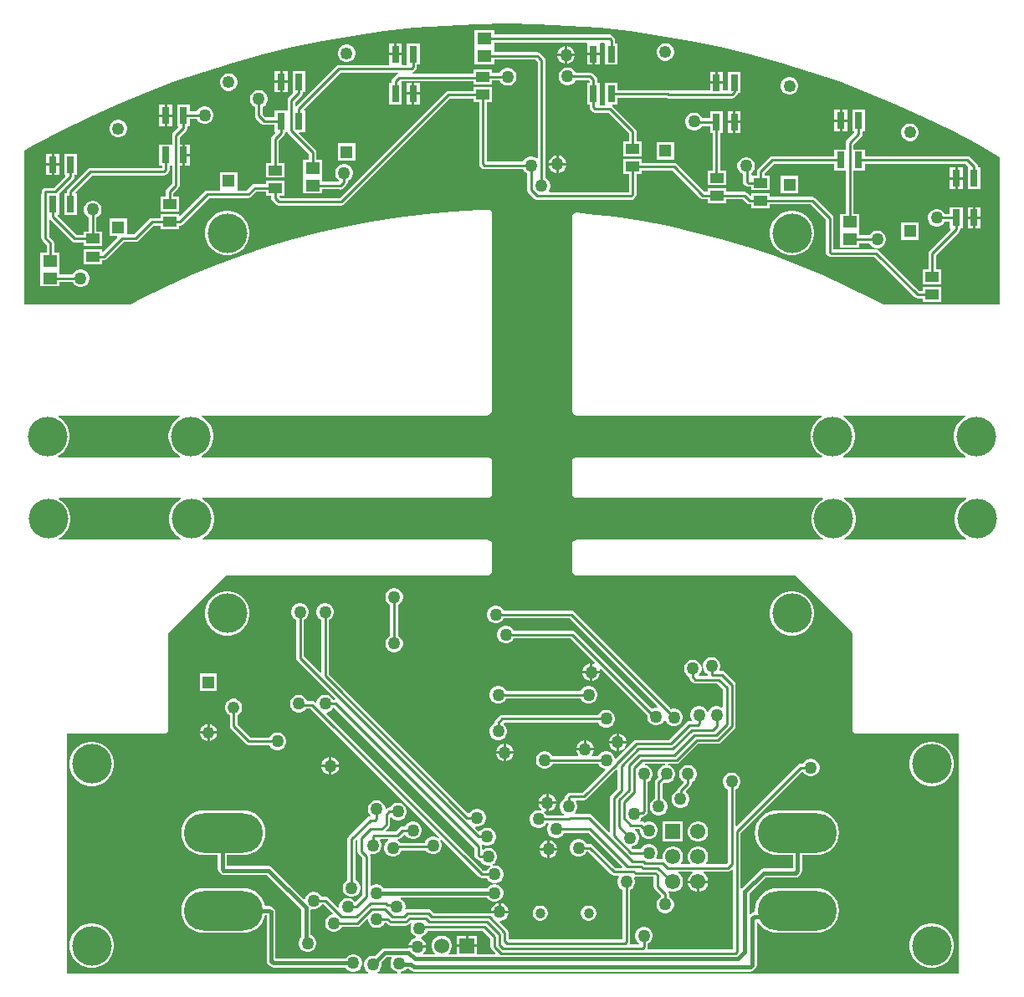
<source format=gbl>
G04*
G04 #@! TF.GenerationSoftware,Altium Limited,Altium Designer,23.10.1 (27)*
G04*
G04 Layer_Physical_Order=2*
G04 Layer_Color=16711680*
%FSLAX44Y44*%
%MOMM*%
G71*
G04*
G04 #@! TF.SameCoordinates,2FD0DFDD-310B-44B2-BA78-C92062C4FB9D*
G04*
G04*
G04 #@! TF.FilePolarity,Positive*
G04*
G01*
G75*
%ADD17C,0.2540*%
%ADD57C,1.2500*%
%ADD58R,1.2500X1.2500*%
%ADD67C,0.3810*%
%ADD68C,1.2220*%
%ADD69R,1.2220X1.2220*%
%ADD70C,4.0000*%
%ADD71O,8.0000X4.0000*%
%ADD72C,1.0300*%
%ADD73R,1.5500X1.5500*%
%ADD74C,1.5500*%
%ADD75C,1.5300*%
%ADD76R,1.5300X1.5300*%
%ADD77C,1.2700*%
%ADD78R,0.7900X1.6600*%
%ADD79R,1.4500X1.1500*%
%ADD80R,1.3500X1.0000*%
G36*
X526015Y967218D02*
X557140Y965750D01*
X588203Y963305D01*
X619174Y959886D01*
X650023Y955496D01*
X680719Y950138D01*
X711231Y943820D01*
X741530Y936545D01*
X771585Y928323D01*
X801367Y919161D01*
X830846Y909068D01*
X859995Y898054D01*
X888782Y886130D01*
X917181Y873307D01*
X945163Y859599D01*
X972701Y845018D01*
X994012Y832863D01*
Y683081D01*
X876204D01*
X864581Y689357D01*
X840004Y701564D01*
X815026Y712925D01*
X789674Y723426D01*
X763978Y733055D01*
X737969Y741802D01*
X711675Y749655D01*
X685130Y756607D01*
X658362Y762647D01*
X631404Y767771D01*
X604286Y771971D01*
X577041Y775243D01*
X565838Y776202D01*
X565821Y776222D01*
X565483Y776289D01*
X565431Y776279D01*
X565174Y776316D01*
X564591Y776200D01*
X563687Y776021D01*
X562427Y775179D01*
X561585Y773918D01*
X561289Y772432D01*
X561575Y770994D01*
Y575000D01*
X561871Y573513D01*
X562713Y572253D01*
X563973Y571411D01*
X565460Y571115D01*
X813874D01*
X813960Y569845D01*
X810462Y567508D01*
X807322Y564368D01*
X804855Y560677D01*
X803156Y556575D01*
X802290Y552220D01*
Y547780D01*
X803156Y543425D01*
X804855Y539323D01*
X807322Y535632D01*
X810462Y532492D01*
X813960Y530155D01*
X813874Y528885D01*
X565640D01*
X564153Y528589D01*
X562893Y527747D01*
X562403Y527257D01*
X561561Y525997D01*
X561265Y524510D01*
Y491490D01*
X561561Y490003D01*
X562403Y488743D01*
X562523Y488623D01*
X563783Y487781D01*
X565270Y487485D01*
X814684D01*
X814770Y486215D01*
X811272Y483878D01*
X808132Y480738D01*
X805665Y477047D01*
X803966Y472945D01*
X803100Y468590D01*
Y464150D01*
X803966Y459795D01*
X805665Y455693D01*
X808132Y452002D01*
X811272Y448862D01*
X814770Y446525D01*
X814684Y445255D01*
X565830D01*
X564343Y444959D01*
X563083Y444117D01*
X562403Y443437D01*
X561561Y442177D01*
X561265Y440690D01*
Y414020D01*
X561561Y412533D01*
X562403Y411273D01*
X563673Y410003D01*
X564933Y409161D01*
X566420Y408865D01*
X786901D01*
X844835Y350931D01*
Y253090D01*
X845131Y251603D01*
X845973Y250343D01*
X846333Y249983D01*
X847594Y249141D01*
X849080Y248845D01*
X849985Y249025D01*
X952425D01*
Y6425D01*
X387696D01*
X387529Y7695D01*
X389511Y8226D01*
X391539Y9396D01*
X393194Y11051D01*
X393208Y11076D01*
X396268D01*
X397849Y9495D01*
X397849Y9495D01*
X399319Y8513D01*
X401053Y8168D01*
X741353D01*
X743087Y8513D01*
X744558Y9495D01*
X746790Y11727D01*
X747772Y13197D01*
X748117Y14932D01*
Y57512D01*
X749387Y57830D01*
X749688Y57267D01*
X752505Y53835D01*
X755937Y51018D01*
X759853Y48925D01*
X764101Y47636D01*
X768520Y47201D01*
X808520D01*
X812939Y47636D01*
X817187Y48925D01*
X821103Y51018D01*
X824535Y53835D01*
X827352Y57267D01*
X829445Y61183D01*
X830734Y65431D01*
X831169Y69850D01*
X830734Y74269D01*
X829445Y78517D01*
X827352Y82433D01*
X824535Y85865D01*
X821103Y88682D01*
X817187Y90775D01*
X812939Y92064D01*
X808520Y92499D01*
X768520D01*
X764101Y92064D01*
X759853Y90775D01*
X755937Y88682D01*
X752505Y85865D01*
X749688Y82433D01*
X747595Y78517D01*
X746306Y74269D01*
X745871Y69850D01*
X746000Y68541D01*
X745817Y68339D01*
X744082Y67994D01*
X742612Y67011D01*
X741670Y66070D01*
X740497Y66556D01*
Y87023D01*
X756892Y103418D01*
X787073D01*
X788808Y103763D01*
X790278Y104745D01*
X792510Y106977D01*
X793492Y108448D01*
X793837Y110182D01*
Y125941D01*
X808520D01*
X812939Y126376D01*
X817187Y127665D01*
X821103Y129758D01*
X824535Y132575D01*
X827352Y136007D01*
X829445Y139923D01*
X830734Y144171D01*
X831169Y148590D01*
X830734Y153009D01*
X829445Y157257D01*
X827352Y161173D01*
X824535Y164605D01*
X821103Y167422D01*
X817187Y169515D01*
X812939Y170804D01*
X808520Y171239D01*
X768520D01*
X764101Y170804D01*
X759853Y169515D01*
X755937Y167422D01*
X752505Y164605D01*
X749688Y161173D01*
X747595Y157257D01*
X746306Y153009D01*
X745871Y148590D01*
X746306Y144171D01*
X747595Y139923D01*
X749688Y136007D01*
X752505Y132575D01*
X755937Y129758D01*
X759853Y127665D01*
X764101Y126376D01*
X768520Y125941D01*
X784773D01*
Y112482D01*
X755015D01*
X753281Y112137D01*
X751810Y111155D01*
X732760Y92105D01*
X732715Y92036D01*
X731445Y92422D01*
Y148251D01*
X793360Y210166D01*
X794899Y209998D01*
X795376Y209171D01*
X797031Y207516D01*
X799059Y206346D01*
X801320Y205740D01*
X803660D01*
X805921Y206346D01*
X807949Y207516D01*
X809604Y209171D01*
X810774Y211199D01*
X811380Y213460D01*
Y215800D01*
X810774Y218061D01*
X809604Y220089D01*
X807949Y221744D01*
X805921Y222914D01*
X803660Y223520D01*
X801320D01*
X799059Y222914D01*
X797031Y221744D01*
X795376Y220089D01*
X794467Y218515D01*
X792330D01*
X790843Y218219D01*
X789583Y217377D01*
X727538Y155332D01*
X726365Y155818D01*
Y192638D01*
X727939Y193546D01*
X729594Y195201D01*
X730764Y197229D01*
X731370Y199490D01*
Y201830D01*
X730764Y204091D01*
X729594Y206119D01*
X727939Y207774D01*
X725911Y208944D01*
X723650Y209550D01*
X721310D01*
X719049Y208944D01*
X717021Y207774D01*
X715366Y206119D01*
X714196Y204091D01*
X713590Y201830D01*
Y199490D01*
X714196Y197229D01*
X715366Y195201D01*
X717021Y193546D01*
X718595Y192638D01*
Y118667D01*
X716793Y116865D01*
X696956D01*
X696470Y118038D01*
X696654Y118222D01*
X698009Y120568D01*
X698710Y123185D01*
Y125895D01*
X698009Y128512D01*
X696654Y130858D01*
X694738Y132774D01*
X692392Y134129D01*
X689775Y134830D01*
X687065D01*
X684448Y134129D01*
X682102Y132774D01*
X680186Y130858D01*
X678831Y128512D01*
X678130Y125895D01*
Y123185D01*
X678831Y120568D01*
X680186Y118222D01*
X680370Y118038D01*
X679884Y116865D01*
X671556D01*
X671070Y118038D01*
X671254Y118222D01*
X672609Y120568D01*
X673310Y123185D01*
Y125895D01*
X672609Y128512D01*
X671254Y130858D01*
X669338Y132774D01*
X666992Y134129D01*
X664375Y134830D01*
X661665D01*
X659048Y134129D01*
X656702Y132774D01*
X654786Y130858D01*
X653431Y128512D01*
X652730Y125895D01*
Y123390D01*
X652679Y123134D01*
X651694Y122145D01*
X646637D01*
X646036Y123415D01*
X646944Y124989D01*
X647550Y127250D01*
Y129590D01*
X646944Y131851D01*
X645774Y133879D01*
X644119Y135534D01*
X642091Y136704D01*
X639830Y137310D01*
X637490D01*
X635229Y136704D01*
X633201Y135534D01*
X631546Y133879D01*
X630638Y132305D01*
X622091D01*
X620963Y133432D01*
X621436Y134755D01*
X623191Y135226D01*
X625219Y136396D01*
X626874Y138051D01*
X628044Y140079D01*
X628650Y142340D01*
Y144680D01*
X628044Y146941D01*
X626874Y148969D01*
X625219Y150624D01*
X624471Y151055D01*
X624811Y152325D01*
X629222D01*
X629770Y151777D01*
Y149960D01*
X630376Y147699D01*
X631546Y145671D01*
X633201Y144016D01*
X635229Y142846D01*
X637490Y142240D01*
X639830D01*
X642091Y142846D01*
X644119Y144016D01*
X645774Y145671D01*
X646944Y147699D01*
X647550Y149960D01*
Y152300D01*
X646944Y154561D01*
X645774Y156589D01*
X644119Y158244D01*
X642091Y159414D01*
X639830Y160020D01*
X637490D01*
X635229Y159414D01*
X633892Y158643D01*
X633578Y158957D01*
X632317Y159799D01*
X630831Y160095D01*
X630393D01*
X629867Y161365D01*
X630684Y162181D01*
X631854Y164209D01*
X631956Y164590D01*
X632024D01*
X633511Y164885D01*
X634771Y165727D01*
X636327Y167283D01*
X637169Y168543D01*
X637465Y170030D01*
Y200257D01*
X639039Y201166D01*
X640694Y202821D01*
X641864Y204849D01*
X642470Y207110D01*
Y209450D01*
X641864Y211711D01*
X640694Y213739D01*
X639039Y215394D01*
X637011Y216564D01*
X635029Y217095D01*
X635196Y218365D01*
X654974D01*
X655141Y217095D01*
X653159Y216564D01*
X651131Y215394D01*
X649476Y213739D01*
X648306Y211711D01*
X647700Y209450D01*
Y207110D01*
X648234Y205118D01*
X645910Y202795D01*
X645068Y201535D01*
X644773Y200048D01*
Y183303D01*
X643036Y182301D01*
X641381Y180645D01*
X640211Y178618D01*
X639605Y176357D01*
Y174016D01*
X640211Y171755D01*
X641381Y169728D01*
X643036Y168073D01*
X645063Y166903D01*
X647324Y166297D01*
X649665D01*
X651926Y166903D01*
X653953Y168073D01*
X655609Y169728D01*
X656779Y171755D01*
X657385Y174016D01*
Y176357D01*
X656779Y178618D01*
X655609Y180645D01*
X653953Y182301D01*
X652542Y183115D01*
Y198439D01*
X653900Y199797D01*
X655420Y199390D01*
X657760D01*
X660021Y199996D01*
X662049Y201166D01*
X663704Y202821D01*
X664874Y204849D01*
X665480Y207110D01*
Y209450D01*
X664874Y211711D01*
X663704Y213739D01*
X662049Y215394D01*
X660021Y216564D01*
X658039Y217095D01*
X658206Y218365D01*
X666600D01*
X668087Y218661D01*
X669347Y219503D01*
X688529Y238685D01*
X708510D01*
X709997Y238981D01*
X711257Y239823D01*
X725227Y253793D01*
X726069Y255053D01*
X726365Y256540D01*
Y298460D01*
X726069Y299947D01*
X725227Y301207D01*
X715077Y311357D01*
X713817Y312199D01*
X712330Y312495D01*
X710806D01*
X710171Y313594D01*
X710444Y314069D01*
X711050Y316330D01*
Y318670D01*
X710444Y320931D01*
X709274Y322959D01*
X707619Y324614D01*
X705591Y325784D01*
X703330Y326390D01*
X700990D01*
X698729Y325784D01*
X696701Y324614D01*
X695046Y322959D01*
X693876Y320931D01*
X693270Y318670D01*
Y316330D01*
X693876Y314069D01*
X695046Y312041D01*
X696701Y310386D01*
X698072Y309595D01*
X698226Y308389D01*
X697392Y307415D01*
X689933D01*
X689407Y308685D01*
X690224Y309501D01*
X691394Y311529D01*
X692000Y313790D01*
Y316130D01*
X691394Y318391D01*
X690224Y320419D01*
X688569Y322074D01*
X686541Y323244D01*
X684280Y323850D01*
X681940D01*
X679679Y323244D01*
X677651Y322074D01*
X675996Y320419D01*
X674826Y318391D01*
X674220Y316130D01*
Y313790D01*
X674826Y311529D01*
X675996Y309501D01*
X677651Y307846D01*
X679225Y306938D01*
Y306288D01*
X679521Y304801D01*
X680363Y303541D01*
X683121Y300783D01*
X684381Y299941D01*
X685868Y299645D01*
X707691D01*
X713515Y293821D01*
Y275947D01*
X712245Y275345D01*
X710671Y276254D01*
X708410Y276860D01*
X706070D01*
X703809Y276254D01*
X701781Y275084D01*
X700126Y273429D01*
X699026Y271523D01*
X698350Y271420D01*
X697674Y271523D01*
X696574Y273429D01*
X694919Y275084D01*
X692891Y276254D01*
X690630Y276860D01*
X688290D01*
X686029Y276254D01*
X684001Y275084D01*
X682346Y273429D01*
X681176Y271401D01*
X680570Y269140D01*
Y266800D01*
X681176Y264539D01*
X682085Y262965D01*
X681483Y261695D01*
X679736D01*
X678249Y261399D01*
X676989Y260557D01*
X659077Y242645D01*
X625998D01*
X624511Y242349D01*
X623251Y241507D01*
X605575Y223831D01*
X604158Y224211D01*
X603764Y225681D01*
X602594Y227709D01*
X600939Y229364D01*
X598911Y230534D01*
X596650Y231140D01*
X594310D01*
X592049Y230534D01*
X590021Y229364D01*
X588366Y227709D01*
X587458Y226135D01*
X581338D01*
X580852Y227308D01*
X581258Y227713D01*
X582428Y229741D01*
X583007Y231902D01*
X565281D01*
X565860Y229741D01*
X567030Y227713D01*
X567436Y227308D01*
X566950Y226135D01*
X541273D01*
X540364Y227709D01*
X538709Y229364D01*
X536681Y230534D01*
X534420Y231140D01*
X532080D01*
X529819Y230534D01*
X527791Y229364D01*
X526136Y227709D01*
X524966Y225681D01*
X524360Y223420D01*
Y221080D01*
X524966Y218819D01*
X526136Y216791D01*
X527791Y215136D01*
X529819Y213966D01*
X532080Y213360D01*
X534420D01*
X536681Y213966D01*
X538709Y215136D01*
X540364Y216791D01*
X541273Y218365D01*
X587458D01*
X588366Y216791D01*
X590021Y215136D01*
X592049Y213966D01*
X593804Y213496D01*
X594277Y212172D01*
X571409Y189305D01*
X558868D01*
X557381Y189009D01*
X556121Y188167D01*
X554633Y186679D01*
X553791Y185419D01*
X553495Y183932D01*
Y183283D01*
X551921Y182374D01*
X550266Y180719D01*
X549096Y178691D01*
X548490Y176430D01*
Y174090D01*
X549096Y171829D01*
X550266Y169801D01*
X551921Y168146D01*
X552669Y167715D01*
X552329Y166445D01*
X535073D01*
X534164Y168019D01*
X532785Y169397D01*
X533443Y170536D01*
X534670Y170207D01*
Y177800D01*
X527077D01*
X527656Y175639D01*
X528826Y173611D01*
X530205Y172233D01*
X529547Y171094D01*
X528220Y171450D01*
X525880D01*
X523619Y170844D01*
X521591Y169674D01*
X519936Y168019D01*
X518766Y165991D01*
X518160Y163730D01*
Y161390D01*
X518766Y159129D01*
X519936Y157101D01*
X521591Y155446D01*
X523619Y154276D01*
X525880Y153670D01*
X528220D01*
X530481Y154276D01*
X532509Y155446D01*
X534164Y157101D01*
X535073Y158675D01*
X536853D01*
X537455Y157405D01*
X536546Y155831D01*
X535940Y153570D01*
Y151230D01*
X536546Y148969D01*
X537716Y146941D01*
X539371Y145286D01*
X541399Y144116D01*
X543660Y143510D01*
X546000D01*
X548261Y144116D01*
X550289Y145286D01*
X551944Y146941D01*
X552853Y148515D01*
X577361D01*
X611598Y114278D01*
X611112Y113105D01*
X604709D01*
X581717Y136097D01*
X580457Y136939D01*
X578970Y137235D01*
X575563D01*
X574654Y138809D01*
X572999Y140464D01*
X570971Y141634D01*
X568710Y142240D01*
X566370D01*
X564109Y141634D01*
X562081Y140464D01*
X560426Y138809D01*
X559256Y136781D01*
X558650Y134520D01*
Y132180D01*
X559256Y129919D01*
X560426Y127891D01*
X562081Y126236D01*
X564109Y125066D01*
X566370Y124460D01*
X568710D01*
X570971Y125066D01*
X572999Y126236D01*
X574654Y127891D01*
X575563Y129465D01*
X577361D01*
X600353Y106473D01*
X601613Y105631D01*
X603100Y105335D01*
X607973D01*
X608575Y104065D01*
X607666Y102491D01*
X607060Y100230D01*
Y97890D01*
X607666Y95629D01*
X608836Y93601D01*
X610491Y91946D01*
X612065Y91038D01*
Y40715D01*
X496759D01*
X496495Y40979D01*
Y47824D01*
X496199Y49311D01*
X495357Y50571D01*
X487508Y58420D01*
X488034Y59690D01*
X488850D01*
X491111Y60296D01*
X493139Y61466D01*
X494794Y63121D01*
X495964Y65149D01*
X496543Y67310D01*
X477650D01*
X477584Y67255D01*
X476934Y67385D01*
X420559D01*
X417887Y70057D01*
X416627Y70899D01*
X415140Y71195D01*
X394715D01*
X393324Y70918D01*
X392907Y71178D01*
X392235Y71763D01*
X392430Y72490D01*
Y74830D01*
X391824Y77091D01*
X390654Y79119D01*
X388999Y80774D01*
X387173Y81828D01*
X387186Y82528D01*
X387395Y83098D01*
X474801D01*
X475336Y82171D01*
X476991Y80516D01*
X479019Y79346D01*
X481280Y78740D01*
X483620D01*
X485881Y79346D01*
X487909Y80516D01*
X489564Y82171D01*
X490734Y84199D01*
X491340Y86460D01*
Y88800D01*
X490734Y91061D01*
X489564Y93089D01*
X487909Y94744D01*
X485881Y95914D01*
X483620Y96520D01*
X481280D01*
X479019Y95914D01*
X476991Y94744D01*
X475336Y93089D01*
X474801Y92162D01*
X370719D01*
X370184Y93089D01*
X368529Y94744D01*
X366501Y95914D01*
X364240Y96520D01*
X361900D01*
X359639Y95914D01*
X358065Y95005D01*
X356795Y95607D01*
Y124460D01*
X356499Y125947D01*
X356365Y126147D01*
X357155Y127250D01*
X358090Y127000D01*
X360430D01*
X362691Y127606D01*
X364719Y128776D01*
X366374Y130431D01*
X367544Y132459D01*
X368150Y134720D01*
Y137060D01*
X367544Y139321D01*
X366636Y140895D01*
X367237Y142165D01*
X374679D01*
X375019Y140895D01*
X374271Y140464D01*
X372616Y138809D01*
X371446Y136781D01*
X370840Y134520D01*
Y132180D01*
X371446Y129919D01*
X372616Y127891D01*
X374271Y126236D01*
X376299Y125066D01*
X378560Y124460D01*
X380900D01*
X383161Y125066D01*
X385189Y126236D01*
X386844Y127891D01*
X388014Y129919D01*
X388233Y130735D01*
X413081D01*
X413256Y130431D01*
X414911Y128776D01*
X416939Y127606D01*
X419200Y127000D01*
X421540D01*
X423801Y127606D01*
X425829Y128776D01*
X427484Y130431D01*
X428654Y132459D01*
X429260Y134720D01*
Y137060D01*
X428654Y139321D01*
X427607Y141134D01*
X428624Y141914D01*
X466605Y103933D01*
X467865Y103091D01*
X469352Y102795D01*
X474577D01*
X475486Y101221D01*
X477141Y99566D01*
X479169Y98396D01*
X481430Y97790D01*
X483770D01*
X486031Y98396D01*
X488059Y99566D01*
X489714Y101221D01*
X490884Y103249D01*
X491490Y105510D01*
Y107850D01*
X490884Y110111D01*
X489714Y112139D01*
X488059Y113794D01*
X486031Y114964D01*
X483770Y115570D01*
X481430D01*
X480949Y115441D01*
X480459Y116625D01*
X481709Y117346D01*
X483364Y119001D01*
X484534Y121029D01*
X485140Y123290D01*
Y125630D01*
X484534Y127891D01*
X483364Y129919D01*
X481709Y131574D01*
X479681Y132744D01*
X477420Y133350D01*
X475080D01*
X472819Y132744D01*
X471095Y131749D01*
X469825Y132241D01*
Y134620D01*
X469529Y136107D01*
X469432Y136251D01*
X470324Y137203D01*
X471549Y136496D01*
X473810Y135890D01*
X476150D01*
X478411Y136496D01*
X480439Y137666D01*
X482094Y139321D01*
X483264Y141349D01*
X483870Y143610D01*
Y145950D01*
X483264Y148211D01*
X482094Y150239D01*
X480439Y151894D01*
X478411Y153064D01*
X476150Y153670D01*
X473810D01*
X471549Y153064D01*
X469521Y151894D01*
X468112Y150484D01*
X466621Y150178D01*
X463000Y153799D01*
X463642Y154926D01*
X463656Y154940D01*
X465990D01*
X468251Y155546D01*
X470279Y156716D01*
X471934Y158371D01*
X473104Y160399D01*
X473710Y162660D01*
Y165000D01*
X473104Y167261D01*
X471934Y169289D01*
X470279Y170944D01*
X468251Y172114D01*
X465990Y172720D01*
X463650D01*
X461389Y172114D01*
X459361Y170944D01*
X457706Y169289D01*
X457229Y168463D01*
X455690Y168293D01*
X314885Y309099D01*
Y364087D01*
X316459Y364996D01*
X318114Y366651D01*
X319284Y368679D01*
X319890Y370940D01*
Y373280D01*
X319284Y375541D01*
X318114Y377569D01*
X316459Y379224D01*
X314431Y380394D01*
X312170Y381000D01*
X309830D01*
X307569Y380394D01*
X305541Y379224D01*
X303886Y377569D01*
X302716Y375541D01*
X302110Y373280D01*
Y370940D01*
X302716Y368679D01*
X303886Y366651D01*
X305541Y364996D01*
X307115Y364087D01*
Y311343D01*
X305942Y310858D01*
X289485Y327315D01*
Y364087D01*
X291059Y364996D01*
X292714Y366651D01*
X293884Y368679D01*
X294490Y370940D01*
Y373280D01*
X293884Y375541D01*
X292714Y377569D01*
X291059Y379224D01*
X289031Y380394D01*
X286770Y381000D01*
X284430D01*
X282169Y380394D01*
X280141Y379224D01*
X278486Y377569D01*
X277316Y375541D01*
X276710Y373280D01*
Y370940D01*
X277316Y368679D01*
X278486Y366651D01*
X280141Y364996D01*
X281715Y364087D01*
Y325706D01*
X282011Y324219D01*
X282853Y322959D01*
X321303Y284509D01*
X321292Y284416D01*
X320731Y283285D01*
X319023D01*
X318114Y284859D01*
X316459Y286514D01*
X314431Y287684D01*
X312170Y288290D01*
X309830D01*
X307569Y287684D01*
X305541Y286514D01*
X303886Y284859D01*
X302716Y282831D01*
X302246Y281076D01*
X300922Y280603D01*
X300648Y280877D01*
X299388Y281719D01*
X297902Y282015D01*
X292833D01*
X292614Y282831D01*
X291444Y284859D01*
X289789Y286514D01*
X287761Y287684D01*
X285500Y288290D01*
X283160D01*
X280899Y287684D01*
X278871Y286514D01*
X277216Y284859D01*
X276046Y282831D01*
X275440Y280570D01*
Y278230D01*
X276046Y275969D01*
X277216Y273941D01*
X278871Y272286D01*
X280899Y271116D01*
X283160Y270510D01*
X285500D01*
X287761Y271116D01*
X289789Y272286D01*
X291444Y273941D01*
X291619Y274245D01*
X296292D01*
X426394Y144144D01*
X425614Y143127D01*
X423801Y144174D01*
X421540Y144780D01*
X419200D01*
X416939Y144174D01*
X414911Y143004D01*
X413256Y141349D01*
X412086Y139321D01*
X411867Y138505D01*
X387019D01*
X386844Y138809D01*
X385189Y140464D01*
X384441Y140895D01*
X384442Y141535D01*
X384695Y142215D01*
X385929Y142461D01*
X387189Y143303D01*
X390877Y146992D01*
X392245Y146868D01*
X392936Y145671D01*
X394591Y144016D01*
X396619Y142846D01*
X398880Y142240D01*
X401220D01*
X403481Y142846D01*
X405509Y144016D01*
X407164Y145671D01*
X408334Y147699D01*
X408940Y149960D01*
Y152300D01*
X408334Y154561D01*
X407164Y156589D01*
X405509Y158244D01*
X403481Y159414D01*
X401220Y160020D01*
X398880D01*
X396619Y159414D01*
X394591Y158244D01*
X392936Y156589D01*
X392028Y155015D01*
X389522D01*
X388036Y154719D01*
X386775Y153877D01*
X382833Y149935D01*
X372838D01*
X372352Y151108D01*
X375640Y154396D01*
X376482Y155656D01*
X376778Y157143D01*
Y163873D01*
X378048Y164370D01*
X379351Y163066D01*
X381379Y161896D01*
X383640Y161290D01*
X385980D01*
X388241Y161896D01*
X390269Y163066D01*
X391924Y164721D01*
X393094Y166749D01*
X393700Y169010D01*
Y171350D01*
X393094Y173611D01*
X391924Y175639D01*
X390269Y177294D01*
X388241Y178464D01*
X385980Y179070D01*
X383640D01*
X381379Y178464D01*
X379351Y177294D01*
X377696Y175639D01*
X376913Y174283D01*
X376138D01*
X374651Y173987D01*
X373391Y173145D01*
X373133Y172887D01*
X371960Y173373D01*
Y173890D01*
X371354Y176151D01*
X370184Y178179D01*
X368529Y179834D01*
X366501Y181004D01*
X364240Y181610D01*
X361900D01*
X359639Y181004D01*
X357611Y179834D01*
X355956Y178179D01*
X354786Y176151D01*
X354180Y173890D01*
Y171550D01*
X354786Y169289D01*
X355956Y167261D01*
X356773Y166445D01*
X356757Y166068D01*
X356325Y165096D01*
X355233Y164879D01*
X353973Y164037D01*
X334923Y144987D01*
X334081Y143727D01*
X333785Y142240D01*
Y100646D01*
X332361Y99824D01*
X330706Y98169D01*
X329536Y96141D01*
X328930Y93880D01*
Y91540D01*
X329536Y89279D01*
X330706Y87251D01*
X332361Y85596D01*
X334389Y84426D01*
X336650Y83820D01*
X338990D01*
X341251Y84426D01*
X343279Y85596D01*
X344934Y87251D01*
X346104Y89279D01*
X346710Y91540D01*
Y93880D01*
X346104Y96141D01*
X344934Y98169D01*
X343279Y99824D01*
X341555Y100819D01*
Y140631D01*
X342772Y141848D01*
X343945Y141362D01*
Y129540D01*
X344241Y128053D01*
X345083Y126793D01*
X349025Y122851D01*
Y85429D01*
X342349Y78752D01*
X341232Y78899D01*
X340946Y79146D01*
X339319Y80774D01*
X337291Y81944D01*
X335030Y82550D01*
X332690D01*
X330429Y81944D01*
X328401Y80774D01*
X326746Y79119D01*
X325576Y77091D01*
X324970Y74830D01*
Y73728D01*
X323700Y73202D01*
X314132Y82770D01*
X312872Y83612D01*
X311385Y83908D01*
X307606D01*
X306697Y85482D01*
X305042Y87137D01*
X303015Y88307D01*
X300754Y88913D01*
X298413D01*
X296152Y88307D01*
X294125Y87137D01*
X292469Y85482D01*
X291299Y83455D01*
X290832Y81713D01*
X289503Y81247D01*
X257055Y113695D01*
X255584Y114677D01*
X253850Y115022D01*
X211392D01*
Y125941D01*
X228130D01*
X232549Y126376D01*
X236797Y127665D01*
X240713Y129758D01*
X244145Y132575D01*
X246962Y136007D01*
X249055Y139923D01*
X250344Y144171D01*
X250779Y148590D01*
X250344Y153009D01*
X249055Y157257D01*
X246962Y161173D01*
X244145Y164605D01*
X240713Y167422D01*
X236797Y169515D01*
X232549Y170804D01*
X228130Y171239D01*
X188130D01*
X183711Y170804D01*
X179463Y169515D01*
X175547Y167422D01*
X172115Y164605D01*
X169298Y161173D01*
X167205Y157257D01*
X165916Y153009D01*
X165481Y148590D01*
X165916Y144171D01*
X167205Y139923D01*
X169298Y136007D01*
X172115Y132575D01*
X175547Y129758D01*
X179463Y127665D01*
X183711Y126376D01*
X188130Y125941D01*
X202328D01*
Y111978D01*
X202673Y110244D01*
X203655Y108773D01*
X205143Y107285D01*
X205143Y107285D01*
X206614Y106303D01*
X208348Y105958D01*
X251973D01*
X287137Y70794D01*
Y43169D01*
X286256Y42289D01*
X285086Y40261D01*
X284480Y38000D01*
Y35660D01*
X285086Y33399D01*
X286256Y31371D01*
X287911Y29716D01*
X289939Y28546D01*
X292200Y27940D01*
X294540D01*
X296801Y28546D01*
X298829Y29716D01*
X300484Y31371D01*
X301654Y33399D01*
X302260Y35660D01*
Y38000D01*
X301654Y40261D01*
X300484Y42289D01*
X298829Y43944D01*
X296801Y45114D01*
X296201Y45275D01*
Y70683D01*
X297209Y71456D01*
X298413Y71133D01*
X300754D01*
X303015Y71739D01*
X305042Y72909D01*
X306697Y74565D01*
X307606Y76139D01*
X309776D01*
X318687Y67228D01*
X318214Y65904D01*
X316459Y65434D01*
X314431Y64264D01*
X312776Y62609D01*
X311606Y60581D01*
X311000Y58320D01*
Y55980D01*
X311606Y53719D01*
X312776Y51691D01*
X314431Y50036D01*
X316459Y48866D01*
X318720Y48260D01*
X321060D01*
X323321Y48866D01*
X325349Y50036D01*
X327004Y51691D01*
X327912Y53265D01*
X343584D01*
X345071Y53561D01*
X346331Y54403D01*
X353164Y61236D01*
X354434Y60710D01*
Y60044D01*
X355040Y57783D01*
X356210Y55755D01*
X357865Y54100D01*
X359893Y52930D01*
X362154Y52324D01*
X364494D01*
X366755Y52930D01*
X368783Y54100D01*
X370438Y55755D01*
X371347Y57329D01*
X372824D01*
X374481Y55673D01*
X375741Y54831D01*
X377227Y54535D01*
X393009D01*
X394495Y54831D01*
X395756Y55673D01*
X397750Y57668D01*
X398766Y56888D01*
X397966Y55501D01*
X397360Y53240D01*
Y50900D01*
X397966Y48639D01*
X399136Y46611D01*
X400791Y44956D01*
X402819Y43786D01*
X402873Y43601D01*
X402022Y42075D01*
X401041Y41812D01*
X399013Y40642D01*
X397358Y38987D01*
X396188Y36959D01*
X395609Y34798D01*
X413335D01*
X412756Y36959D01*
X411586Y38987D01*
X409931Y40642D01*
X407904Y41812D01*
X407849Y41997D01*
X408700Y43523D01*
X409681Y43786D01*
X411709Y44956D01*
X413364Y46611D01*
X414534Y48639D01*
X414753Y49455D01*
X470681D01*
X478565Y41571D01*
Y33020D01*
X478861Y31533D01*
X479703Y30273D01*
X483316Y26660D01*
X482830Y25487D01*
X464700D01*
Y33020D01*
X444320D01*
Y25487D01*
X436514D01*
X435988Y26757D01*
X437264Y28033D01*
X438606Y30357D01*
X439300Y32948D01*
Y35632D01*
X438606Y38223D01*
X437264Y40547D01*
X435367Y42444D01*
X433043Y43786D01*
X430452Y44480D01*
X427769D01*
X425177Y43786D01*
X422853Y42444D01*
X420956Y40547D01*
X419614Y38223D01*
X418920Y35632D01*
Y32948D01*
X419614Y30357D01*
X420956Y28033D01*
X422232Y26757D01*
X421706Y25487D01*
X410758D01*
X410273Y26757D01*
X411586Y28069D01*
X412756Y30097D01*
X413335Y32258D01*
X395357D01*
X394407Y31837D01*
X371475D01*
X369741Y31492D01*
X368270Y30510D01*
X368270Y30510D01*
X361614Y23853D01*
X360580Y24130D01*
X358240D01*
X355979Y23524D01*
X353951Y22354D01*
X352296Y20699D01*
X351126Y18671D01*
X350520Y16410D01*
Y14070D01*
X351126Y11809D01*
X352296Y9781D01*
X353951Y8126D01*
X354699Y7695D01*
X354359Y6425D01*
X49605D01*
Y248845D01*
X148590D01*
X150077Y249141D01*
X151337Y249983D01*
X151467Y250113D01*
X152309Y251373D01*
X152605Y252860D01*
Y350931D01*
X210539Y408865D01*
X474980D01*
X476467Y409161D01*
X477727Y410003D01*
X478997Y411273D01*
X479839Y412533D01*
X480135Y414020D01*
Y440690D01*
X479839Y442177D01*
X478997Y443437D01*
X478178Y443984D01*
X478089Y444117D01*
X476829Y444959D01*
X475343Y445255D01*
X186936D01*
X186850Y446525D01*
X190348Y448862D01*
X193488Y452002D01*
X195955Y455693D01*
X197654Y459795D01*
X198520Y464150D01*
Y468590D01*
X197654Y472945D01*
X195955Y477047D01*
X193488Y480738D01*
X190348Y483878D01*
X186850Y486215D01*
X186936Y487485D01*
X476130D01*
X477617Y487781D01*
X478877Y488623D01*
X478925Y488695D01*
X478997Y488743D01*
X479839Y490003D01*
X480135Y491490D01*
Y524510D01*
X479839Y525997D01*
X478997Y527257D01*
X478703Y527453D01*
X478507Y527747D01*
X477247Y528589D01*
X475760Y528885D01*
X186126D01*
X186040Y530155D01*
X189538Y532492D01*
X192678Y535632D01*
X195145Y539323D01*
X196844Y543425D01*
X197710Y547780D01*
Y552220D01*
X196844Y556575D01*
X195145Y560677D01*
X192678Y564368D01*
X189538Y567508D01*
X186040Y569845D01*
X186126Y571115D01*
X474670D01*
X476157Y571411D01*
X477417Y572253D01*
X478997Y573833D01*
X479839Y575093D01*
X480135Y576580D01*
Y774700D01*
X480086Y774943D01*
X480125Y775136D01*
X479829Y776622D01*
X478987Y777883D01*
X477726Y778725D01*
X476240Y779021D01*
X476150Y779003D01*
X474895Y778939D01*
X467428Y778811D01*
X440029Y777407D01*
X412695Y775068D01*
X385455Y771796D01*
X358344Y767597D01*
X331391Y762475D01*
X304630Y756435D01*
X278090Y749486D01*
X251803Y741634D01*
X225799Y732889D01*
X200109Y723262D01*
X174762Y712763D01*
X149789Y701405D01*
X125218Y689201D01*
X114355Y683335D01*
X6733D01*
Y839152D01*
X17017Y845018D01*
X44555Y859599D01*
X72537Y873307D01*
X100936Y886130D01*
X129723Y898054D01*
X158871Y909068D01*
X188351Y919161D01*
X218133Y928323D01*
X248188Y936545D01*
X278487Y943820D01*
X308999Y950138D01*
X339695Y955496D01*
X370543Y959886D01*
X401515Y963305D01*
X432578Y965750D01*
X463703Y967218D01*
X494859Y967707D01*
X526015Y967218D01*
D02*
G37*
G36*
X959130Y569845D02*
X955632Y567508D01*
X952492Y564368D01*
X950025Y560677D01*
X948326Y556575D01*
X947460Y552220D01*
Y547780D01*
X948326Y543425D01*
X950025Y539323D01*
X952492Y535632D01*
X955632Y532492D01*
X959130Y530155D01*
X959044Y528885D01*
X835786D01*
X835700Y530155D01*
X839198Y532492D01*
X842338Y535632D01*
X844805Y539323D01*
X846504Y543425D01*
X847370Y547780D01*
Y552220D01*
X846504Y556575D01*
X844805Y560677D01*
X842338Y564368D01*
X839198Y567508D01*
X835700Y569845D01*
X835786Y571115D01*
X959044D01*
X959130Y569845D01*
D02*
G37*
G36*
X164300D02*
X160802Y567508D01*
X157662Y564368D01*
X155195Y560677D01*
X153496Y556575D01*
X152630Y552220D01*
Y547780D01*
X153496Y543425D01*
X155195Y539323D01*
X157662Y535632D01*
X160802Y532492D01*
X164300Y530155D01*
X164214Y528885D01*
X40957D01*
X40870Y530155D01*
X44368Y532492D01*
X47508Y535632D01*
X49975Y539323D01*
X51674Y543425D01*
X52540Y547780D01*
Y552220D01*
X51674Y556575D01*
X49975Y560677D01*
X47508Y564368D01*
X44368Y567508D01*
X40870Y569845D01*
X40957Y571115D01*
X164214D01*
X164300Y569845D01*
D02*
G37*
G36*
X959940Y486215D02*
X956442Y483878D01*
X953302Y480738D01*
X950835Y477047D01*
X949136Y472945D01*
X948270Y468590D01*
Y464150D01*
X949136Y459795D01*
X950835Y455693D01*
X953302Y452002D01*
X956442Y448862D01*
X959940Y446525D01*
X959854Y445255D01*
X836596D01*
X836510Y446525D01*
X840008Y448862D01*
X843148Y452002D01*
X845615Y455693D01*
X847314Y459795D01*
X848180Y464150D01*
Y468590D01*
X847314Y472945D01*
X845615Y477047D01*
X843148Y480738D01*
X840008Y483878D01*
X836510Y486215D01*
X836596Y487485D01*
X959854D01*
X959940Y486215D01*
D02*
G37*
G36*
X165110D02*
X161612Y483878D01*
X158472Y480738D01*
X156005Y477047D01*
X154306Y472945D01*
X153440Y468590D01*
Y464150D01*
X154306Y459795D01*
X156005Y455693D01*
X158472Y452002D01*
X161612Y448862D01*
X165110Y446525D01*
X165023Y445255D01*
X41767D01*
X41680Y446525D01*
X45178Y448862D01*
X48318Y452002D01*
X50785Y455693D01*
X52484Y459795D01*
X53350Y464150D01*
Y468590D01*
X52484Y472945D01*
X50785Y477047D01*
X48318Y480738D01*
X45178Y483878D01*
X41680Y486215D01*
X41767Y487485D01*
X165023D01*
X165110Y486215D01*
D02*
G37*
G36*
X606835Y212084D02*
Y193105D01*
X600503Y186773D01*
X599661Y185512D01*
X599365Y184026D01*
Y149505D01*
X598192Y149019D01*
X580634Y166577D01*
X579374Y167419D01*
X577887Y167715D01*
X564203D01*
X563677Y168985D01*
X564494Y169801D01*
X565664Y171829D01*
X566270Y174090D01*
Y176430D01*
X565664Y178691D01*
X564756Y180265D01*
X565357Y181535D01*
X573018D01*
X574505Y181831D01*
X575765Y182673D01*
X605662Y212570D01*
X606835Y212084D01*
D02*
G37*
G36*
X462055Y133011D02*
Y125948D01*
X462351Y124461D01*
X463193Y123201D01*
X464681Y121713D01*
X465941Y120871D01*
X467428Y120575D01*
X468228D01*
X469136Y119001D01*
X470791Y117346D01*
X472819Y116176D01*
X475080Y115570D01*
X477420D01*
X477901Y115699D01*
X478391Y114515D01*
X477141Y113794D01*
X475486Y112139D01*
X474577Y110565D01*
X470961D01*
X312203Y269322D01*
X312676Y270646D01*
X314431Y271116D01*
X316459Y272286D01*
X318114Y273941D01*
X318591Y274767D01*
X320130Y274937D01*
X462055Y133011D01*
D02*
G37*
G36*
X723675Y111100D02*
Y30555D01*
X637981D01*
X637331Y31603D01*
X637333Y31825D01*
X637615Y33238D01*
Y36428D01*
X639189Y37336D01*
X640844Y38991D01*
X642014Y41019D01*
X642620Y43280D01*
Y45620D01*
X642014Y47881D01*
X640844Y49909D01*
X639189Y51564D01*
X637161Y52734D01*
X634900Y53340D01*
X632560D01*
X630299Y52734D01*
X628271Y51564D01*
X626616Y49909D01*
X625446Y47881D01*
X624840Y45620D01*
Y43280D01*
X625446Y41019D01*
X626616Y38991D01*
X628271Y37336D01*
X629019Y36905D01*
X628679Y35635D01*
X620201D01*
X619551Y36683D01*
X619553Y36905D01*
X619835Y38318D01*
Y91038D01*
X621409Y91946D01*
X623064Y93601D01*
X624234Y95629D01*
X624840Y97890D01*
Y100230D01*
X624234Y102491D01*
X623889Y103090D01*
X624701Y104223D01*
X624739Y104215D01*
X643649D01*
X643665Y104199D01*
Y93980D01*
X643961Y92493D01*
X644803Y91233D01*
X650706Y85330D01*
X650537Y83791D01*
X649711Y83314D01*
X648056Y81659D01*
X646886Y79631D01*
X646280Y77370D01*
Y75030D01*
X646886Y72769D01*
X648056Y70741D01*
X649711Y69086D01*
X651739Y67916D01*
X654000Y67310D01*
X656340D01*
X658601Y67916D01*
X660629Y69086D01*
X662284Y70741D01*
X663454Y72769D01*
X664060Y75030D01*
Y77370D01*
X663454Y79631D01*
X662284Y81659D01*
X660629Y83314D01*
X659055Y84222D01*
Y86360D01*
X658759Y87847D01*
X658318Y88506D01*
X658874Y89302D01*
X659169Y89519D01*
X661665Y88850D01*
X664375D01*
X666992Y89551D01*
X669338Y90906D01*
X671254Y92822D01*
X672609Y95168D01*
X673310Y97785D01*
Y100495D01*
X672609Y103112D01*
X671254Y105458D01*
X669338Y107374D01*
X668557Y107825D01*
X668897Y109095D01*
X682543D01*
X682884Y107825D01*
X682102Y107374D01*
X680186Y105458D01*
X678831Y103112D01*
X678130Y100495D01*
Y100410D01*
X688420D01*
X698710D01*
Y100495D01*
X698009Y103112D01*
X696654Y105458D01*
X694738Y107374D01*
X693957Y107825D01*
X694297Y109095D01*
X718402D01*
X719889Y109391D01*
X721149Y110233D01*
X722502Y111586D01*
X723675Y111100D01*
D02*
G37*
G36*
X378697Y21503D02*
X377796Y19941D01*
X377190Y17680D01*
Y15340D01*
X377796Y13079D01*
X378966Y11051D01*
X380621Y9396D01*
X382649Y8226D01*
X384631Y7695D01*
X384464Y6425D01*
X364461D01*
X364121Y7695D01*
X364869Y8126D01*
X366524Y9781D01*
X367694Y11809D01*
X368300Y14070D01*
Y16410D01*
X368023Y17444D01*
X373352Y22773D01*
X378087D01*
X378697Y21503D01*
D02*
G37*
%LPC*%
G36*
X388650Y947780D02*
X383430D01*
Y938210D01*
X388650D01*
Y947780D01*
D02*
G37*
G36*
X380890D02*
X375670D01*
Y938210D01*
X380890D01*
Y947780D01*
D02*
G37*
G36*
X556260Y944853D02*
Y937260D01*
X563853D01*
X563274Y939421D01*
X562104Y941449D01*
X560449Y943104D01*
X558421Y944274D01*
X556260Y944853D01*
D02*
G37*
G36*
X553720D02*
X551559Y944274D01*
X549531Y943104D01*
X547876Y941449D01*
X546706Y939421D01*
X546127Y937260D01*
X553720D01*
Y944853D01*
D02*
G37*
G36*
X656477Y947790D02*
X654163D01*
X651927Y947191D01*
X649923Y946034D01*
X648286Y944397D01*
X647129Y942393D01*
X646530Y940157D01*
Y937843D01*
X647129Y935607D01*
X648286Y933603D01*
X649923Y931966D01*
X651927Y930809D01*
X654163Y930210D01*
X656477D01*
X658713Y930809D01*
X660717Y931966D01*
X662354Y933603D01*
X663511Y935607D01*
X664110Y937843D01*
Y940157D01*
X663511Y942393D01*
X662354Y944397D01*
X660717Y946034D01*
X658713Y947191D01*
X656477Y947790D01*
D02*
G37*
G36*
X333897Y946520D02*
X331583D01*
X329347Y945921D01*
X327343Y944764D01*
X325706Y943127D01*
X324549Y941123D01*
X323950Y938887D01*
Y936573D01*
X324549Y934337D01*
X325706Y932333D01*
X327343Y930696D01*
X329347Y929539D01*
X331583Y928940D01*
X333897D01*
X336133Y929539D01*
X338137Y930696D01*
X339774Y932333D01*
X340931Y934337D01*
X341530Y936573D01*
Y938887D01*
X340931Y941123D01*
X339774Y943127D01*
X338137Y944764D01*
X336133Y945921D01*
X333897Y946520D01*
D02*
G37*
G36*
X563853Y934720D02*
X556260D01*
Y927127D01*
X558421Y927706D01*
X560449Y928876D01*
X562104Y930531D01*
X563274Y932559D01*
X563853Y934720D01*
D02*
G37*
G36*
X553720D02*
X546127D01*
X546706Y932559D01*
X547876Y930531D01*
X549531Y928876D01*
X551559Y927706D01*
X553720Y927127D01*
Y934720D01*
D02*
G37*
G36*
X482021Y960896D02*
X462441D01*
Y944666D01*
X462441Y944316D01*
Y943396D01*
X462441Y943046D01*
Y926816D01*
X482021D01*
Y931221D01*
X523953D01*
X523965Y931209D01*
X524303Y930703D01*
X526231Y928775D01*
Y831660D01*
X525058Y831174D01*
X524889Y831344D01*
X522861Y832514D01*
X520600Y833120D01*
X518260D01*
X515999Y832514D01*
X513971Y831344D01*
X512316Y829689D01*
X511408Y828115D01*
X474547D01*
Y888318D01*
X479952D01*
Y903398D01*
X461372D01*
Y899743D01*
X436118D01*
X434631Y899447D01*
X433371Y898605D01*
X326051Y791285D01*
X265769D01*
X264604Y792450D01*
X265126Y793720D01*
X269640D01*
Y808800D01*
X251060D01*
Y805255D01*
X240030D01*
X238543Y804959D01*
X237283Y804117D01*
X232071Y798905D01*
X223078D01*
X222150Y799730D01*
X222150Y800175D01*
Y817310D01*
X204570D01*
Y800175D01*
X204570Y799730D01*
X203642Y798905D01*
X191770D01*
X190283Y798609D01*
X189023Y797767D01*
X164133Y772877D01*
X162960Y773363D01*
Y774510D01*
X144380D01*
Y770965D01*
X135890D01*
X134403Y770669D01*
X133143Y769827D01*
X117771Y754455D01*
X110390D01*
Y770320D01*
X92810D01*
Y752740D01*
X100427D01*
X100913Y751567D01*
X86409Y737063D01*
X85236Y737549D01*
Y739458D01*
X66656D01*
Y724378D01*
X85236D01*
Y728033D01*
X86758D01*
X88245Y728329D01*
X89505Y729171D01*
X107019Y746685D01*
X119380D01*
X120867Y746981D01*
X122127Y747823D01*
X137499Y763195D01*
X144380D01*
Y759430D01*
X162960D01*
Y763085D01*
X163720D01*
X165207Y763381D01*
X166467Y764223D01*
X193379Y791135D01*
X233680D01*
X235167Y791431D01*
X236427Y792273D01*
X241639Y797485D01*
X251060D01*
Y793720D01*
X256465D01*
Y791210D01*
X256761Y789723D01*
X257603Y788463D01*
X261413Y784653D01*
X262673Y783811D01*
X264160Y783515D01*
X327660D01*
X329147Y783811D01*
X330407Y784653D01*
X437727Y891973D01*
X461372D01*
Y888318D01*
X466777D01*
Y825718D01*
X467073Y824231D01*
X467915Y822971D01*
X469403Y821483D01*
X470663Y820641D01*
X472150Y820345D01*
X511408D01*
X512316Y818771D01*
X513971Y817116D01*
X515545Y816208D01*
Y799702D01*
X515841Y798215D01*
X516683Y796955D01*
X523161Y790477D01*
X524421Y789635D01*
X525908Y789339D01*
X620812D01*
X622299Y789635D01*
X623559Y790477D01*
X625047Y791965D01*
X625889Y793225D01*
X626185Y794712D01*
Y815310D01*
X631590D01*
Y818965D01*
X662711D01*
X690783Y790893D01*
X692043Y790051D01*
X693530Y789755D01*
X698100D01*
Y786100D01*
X716680D01*
Y789755D01*
X733831D01*
X737773Y785813D01*
X739033Y784971D01*
X740520Y784675D01*
X742550D01*
Y781020D01*
X761130D01*
Y784675D01*
X802411D01*
X817805Y769281D01*
Y736818D01*
X818101Y735331D01*
X818943Y734071D01*
X820431Y732583D01*
X821691Y731741D01*
X823178Y731445D01*
X867071D01*
X907843Y690673D01*
X909103Y689831D01*
X910590Y689535D01*
X916115D01*
Y685784D01*
X934695D01*
Y700864D01*
X916115D01*
Y697305D01*
X912199D01*
X871427Y738077D01*
X870167Y738919D01*
X868680Y739215D01*
X825575D01*
Y770890D01*
X825279Y772377D01*
X824437Y773637D01*
X806767Y791307D01*
X805507Y792149D01*
X804020Y792445D01*
X761130D01*
Y796100D01*
X742550D01*
Y793820D01*
X741280Y793294D01*
X738187Y796387D01*
X736927Y797229D01*
X735440Y797525D01*
X716680D01*
Y801180D01*
X698100D01*
Y797525D01*
X695139D01*
X667067Y825597D01*
X665807Y826439D01*
X664320Y826735D01*
X631590D01*
Y830390D01*
X613010D01*
Y815310D01*
X618415D01*
Y797109D01*
X538093D01*
X537491Y798379D01*
X538400Y799953D01*
X539006Y802214D01*
Y804554D01*
X538400Y806815D01*
X537230Y808843D01*
X535575Y810498D01*
X534001Y811406D01*
Y930384D01*
X533705Y931870D01*
X532863Y933131D01*
X530135Y935859D01*
X529797Y936365D01*
X528309Y937853D01*
X527049Y938695D01*
X525562Y938990D01*
X482021D01*
Y943046D01*
X482021Y943396D01*
Y944316D01*
X482021Y944666D01*
Y948721D01*
X575343D01*
X576242Y947826D01*
X576242Y947451D01*
Y938256D01*
X582733D01*
X589222D01*
Y947451D01*
X589222Y947826D01*
X590122Y948721D01*
X593343D01*
X594243Y947826D01*
Y926146D01*
X607223D01*
Y947826D01*
X604617D01*
Y950986D01*
X604322Y952472D01*
X603479Y953733D01*
X601859Y955353D01*
X600599Y956195D01*
X599113Y956490D01*
X482021D01*
Y960896D01*
D02*
G37*
G36*
X589222Y935716D02*
X584002D01*
Y926146D01*
X589222D01*
Y935716D01*
D02*
G37*
G36*
X581463D02*
X576242D01*
Y926146D01*
X581463D01*
Y935716D01*
D02*
G37*
G36*
X406650Y947780D02*
X393670D01*
Y926100D01*
X392481Y925905D01*
X389839D01*
X388650Y926100D01*
X388650Y927175D01*
Y935670D01*
X382160D01*
X375670D01*
Y927175D01*
X375670Y926100D01*
X374481Y925905D01*
X325120D01*
X323633Y925609D01*
X322373Y924767D01*
X281985Y884378D01*
X281402Y884470D01*
X280715Y884834D01*
Y888631D01*
X287337Y895253D01*
X288179Y896513D01*
X288475Y898000D01*
Y898160D01*
X291080D01*
Y919840D01*
X278100D01*
Y898160D01*
X278100D01*
X278439Y897342D01*
X274083Y892987D01*
X273241Y891727D01*
X272945Y890240D01*
Y879840D01*
X260100D01*
Y872885D01*
X250849D01*
X247725Y876009D01*
Y883518D01*
X249299Y884426D01*
X250954Y886081D01*
X252124Y888109D01*
X252730Y890370D01*
Y892710D01*
X252124Y894971D01*
X250954Y896999D01*
X249299Y898654D01*
X247271Y899824D01*
X245010Y900430D01*
X242670D01*
X240409Y899824D01*
X238381Y898654D01*
X236726Y896999D01*
X235556Y894971D01*
X234950Y892710D01*
Y890370D01*
X235556Y888109D01*
X236726Y886081D01*
X238381Y884426D01*
X239955Y883518D01*
Y874400D01*
X240251Y872913D01*
X241093Y871653D01*
X246493Y866253D01*
X247753Y865411D01*
X249240Y865115D01*
X260100D01*
Y858160D01*
X260457D01*
X260943Y856987D01*
X257603Y853647D01*
X256761Y852387D01*
X256465Y850900D01*
Y826800D01*
X251060D01*
Y811720D01*
X269640D01*
Y826800D01*
X264235D01*
Y849291D01*
X269337Y854393D01*
X270179Y855653D01*
X270475Y857140D01*
Y858160D01*
X273080D01*
X273080Y858160D01*
X273170Y857867D01*
X273241Y857635D01*
X273596Y857104D01*
X273596Y857104D01*
X273612Y857079D01*
X274083Y856375D01*
X294565Y835893D01*
Y829840D01*
X288660D01*
Y813610D01*
X288660Y813260D01*
X288660Y811990D01*
Y795760D01*
X308240D01*
Y800165D01*
X325028D01*
X325121Y800103D01*
X326608Y799807D01*
X328094Y800103D01*
X329355Y800945D01*
X332947Y804537D01*
X333789Y805798D01*
X334085Y807284D01*
Y808587D01*
X335659Y809496D01*
X337314Y811151D01*
X338484Y813179D01*
X339090Y815440D01*
Y817780D01*
X338484Y820041D01*
X337314Y822069D01*
X335659Y823724D01*
X333631Y824894D01*
X331370Y825500D01*
X329030D01*
X326769Y824894D01*
X324741Y823724D01*
X323086Y822069D01*
X321916Y820041D01*
X321310Y817780D01*
Y815440D01*
X321916Y813179D01*
X323086Y811151D01*
X324741Y809496D01*
X325218Y809221D01*
X325229Y809139D01*
X324906Y807935D01*
X308240D01*
Y811990D01*
X308240Y812340D01*
X308240Y813610D01*
Y829840D01*
X302335D01*
Y837502D01*
X302039Y838988D01*
X301197Y840249D01*
X284459Y856987D01*
X284945Y858160D01*
X291080D01*
Y879840D01*
X290230D01*
X289704Y881110D01*
X326729Y918135D01*
X385204D01*
X385329Y916865D01*
X384593Y916719D01*
X383333Y915877D01*
X379413Y911957D01*
X378571Y910697D01*
X378275Y909210D01*
Y907780D01*
X375670D01*
Y886100D01*
X388650D01*
Y907780D01*
X388650D01*
X388520Y909050D01*
X388651Y909245D01*
X461372D01*
Y906318D01*
X479952D01*
Y909973D01*
X487820D01*
X488728Y908399D01*
X490383Y906744D01*
X492411Y905574D01*
X494672Y904968D01*
X497012D01*
X499273Y905574D01*
X501301Y906744D01*
X502956Y908399D01*
X504126Y910427D01*
X504732Y912688D01*
Y915028D01*
X504126Y917289D01*
X502956Y919317D01*
X501301Y920972D01*
X499273Y922142D01*
X497012Y922748D01*
X494672D01*
X492411Y922142D01*
X490383Y920972D01*
X488728Y919317D01*
X487820Y917743D01*
X479952D01*
Y921398D01*
X461372D01*
Y917015D01*
X399438D01*
X399313Y918285D01*
X400049Y918431D01*
X401309Y919273D01*
X402797Y920761D01*
X403639Y922021D01*
X403935Y923508D01*
Y926100D01*
X406650D01*
Y947780D01*
D02*
G37*
G36*
X273080Y919840D02*
X267860D01*
Y910270D01*
X273080D01*
Y919840D01*
D02*
G37*
G36*
X265320D02*
X260100D01*
Y910270D01*
X265320D01*
Y919840D01*
D02*
G37*
G36*
X713660Y918890D02*
X708440D01*
Y909320D01*
X713660D01*
Y918890D01*
D02*
G37*
G36*
X705900D02*
X700680D01*
Y909320D01*
X705900D01*
Y918890D01*
D02*
G37*
G36*
X214517Y917310D02*
X212203D01*
X209967Y916711D01*
X207963Y915554D01*
X206326Y913917D01*
X205169Y911913D01*
X204570Y909677D01*
Y907363D01*
X205169Y905127D01*
X206326Y903123D01*
X207963Y901486D01*
X209967Y900329D01*
X212203Y899730D01*
X214517D01*
X216753Y900329D01*
X218757Y901486D01*
X220394Y903123D01*
X221551Y905127D01*
X222150Y907363D01*
Y909677D01*
X221551Y911913D01*
X220394Y913917D01*
X218757Y915554D01*
X216753Y916711D01*
X214517Y917310D01*
D02*
G37*
G36*
X406650Y907780D02*
X401430D01*
Y898210D01*
X406650D01*
Y907780D01*
D02*
G37*
G36*
X398890D02*
X393670D01*
Y898210D01*
X398890D01*
Y907780D01*
D02*
G37*
G36*
X273080Y907730D02*
X267860D01*
Y898160D01*
X273080D01*
Y907730D01*
D02*
G37*
G36*
X265320D02*
X260100D01*
Y898160D01*
X265320D01*
Y907730D01*
D02*
G37*
G36*
X782207Y913500D02*
X779893D01*
X777657Y912901D01*
X775653Y911744D01*
X774016Y910107D01*
X772859Y908103D01*
X772260Y905867D01*
Y903553D01*
X772859Y901317D01*
X774016Y899313D01*
X775653Y897676D01*
X777657Y896519D01*
X779893Y895920D01*
X782207D01*
X784443Y896519D01*
X786447Y897676D01*
X788084Y899313D01*
X789241Y901317D01*
X789840Y903553D01*
Y905867D01*
X789241Y908103D01*
X788084Y910107D01*
X786447Y911744D01*
X784443Y912901D01*
X782207Y913500D01*
D02*
G37*
G36*
X557430Y923290D02*
X555090D01*
X552829Y922684D01*
X550801Y921514D01*
X549146Y919859D01*
X547976Y917831D01*
X547370Y915570D01*
Y913230D01*
X547976Y910969D01*
X549146Y908941D01*
X550801Y907286D01*
X552829Y906116D01*
X555090Y905510D01*
X557430D01*
X559691Y906116D01*
X561719Y907286D01*
X563374Y908941D01*
X564282Y910515D01*
X577511D01*
X578848Y909178D01*
Y907826D01*
X576242D01*
Y886146D01*
X578848D01*
Y882868D01*
X579144Y881381D01*
X579986Y880121D01*
X581474Y878633D01*
X582734Y877791D01*
X584220Y877495D01*
X597831D01*
X618415Y856911D01*
Y848390D01*
X613010D01*
Y833310D01*
X631590D01*
Y848390D01*
X626185D01*
Y858520D01*
X625889Y860007D01*
X625047Y861267D01*
X602187Y884127D01*
X602077Y884200D01*
X601805Y885909D01*
X601991Y886146D01*
X607223D01*
Y892735D01*
X656334D01*
X656909Y892351D01*
X658395Y892055D01*
X723002D01*
X724489Y892351D01*
X725749Y893193D01*
X727917Y895361D01*
X728759Y896621D01*
X728876Y897210D01*
X731660D01*
Y918890D01*
X718680D01*
Y899825D01*
X713660D01*
Y906780D01*
X707170D01*
Y908050D01*
D01*
Y906780D01*
X700680D01*
Y899825D01*
X659777D01*
X659202Y900209D01*
X657715Y900505D01*
X607223D01*
Y907826D01*
X594243D01*
Y886535D01*
X594243Y886146D01*
X593338Y885265D01*
X590127D01*
X589222Y886146D01*
Y907826D01*
X586617D01*
Y910788D01*
X586321Y912274D01*
X585479Y913534D01*
X581867Y917147D01*
X580607Y917989D01*
X579120Y918285D01*
X564282D01*
X563374Y919859D01*
X561719Y921514D01*
X559691Y922684D01*
X557430Y923290D01*
D02*
G37*
G36*
X406650Y895670D02*
X401430D01*
Y886100D01*
X406650D01*
Y895670D01*
D02*
G37*
G36*
X398890D02*
X393670D01*
Y886100D01*
X398890D01*
Y895670D01*
D02*
G37*
G36*
X156240Y885550D02*
X151020D01*
Y875980D01*
X156240D01*
Y885550D01*
D02*
G37*
G36*
X148480D02*
X143260D01*
Y875980D01*
X148480D01*
Y885550D01*
D02*
G37*
G36*
X713660Y878890D02*
X700680D01*
Y871935D01*
X692861D01*
X692814Y872111D01*
X691644Y874139D01*
X689989Y875794D01*
X687961Y876964D01*
X685700Y877570D01*
X683360D01*
X681099Y876964D01*
X679071Y875794D01*
X677416Y874139D01*
X676246Y872111D01*
X675640Y869850D01*
Y867510D01*
X676246Y865249D01*
X677416Y863221D01*
X679071Y861566D01*
X681099Y860396D01*
X683360Y859790D01*
X685700D01*
X687961Y860396D01*
X689989Y861566D01*
X691644Y863221D01*
X692189Y864165D01*
X700680D01*
Y857210D01*
X703285D01*
Y819180D01*
X698100D01*
Y804100D01*
X716680D01*
Y819180D01*
X711055D01*
Y857210D01*
X713660D01*
Y878890D01*
D02*
G37*
G36*
X839500Y880470D02*
X834280D01*
Y870900D01*
X839500D01*
Y880470D01*
D02*
G37*
G36*
X831740D02*
X826520D01*
Y870900D01*
X831740D01*
Y880470D01*
D02*
G37*
G36*
X731660Y878890D02*
X726440D01*
Y869320D01*
X731660D01*
Y878890D01*
D02*
G37*
G36*
X723900D02*
X718680D01*
Y869320D01*
X723900D01*
Y878890D01*
D02*
G37*
G36*
X174240Y885550D02*
X161260D01*
Y863870D01*
X162027D01*
X162513Y862697D01*
X157243Y857427D01*
X156401Y856167D01*
X156105Y854680D01*
Y845550D01*
X143260D01*
Y823870D01*
X145975D01*
Y821765D01*
X73660D01*
X72173Y821469D01*
X70913Y820627D01*
X50703Y800417D01*
X49861Y799157D01*
X49565Y797670D01*
Y796020D01*
X46960D01*
Y774340D01*
X59940D01*
Y796020D01*
X59090D01*
X58564Y797290D01*
X75269Y813995D01*
X148372D01*
X149859Y814291D01*
X151119Y815133D01*
X152607Y816621D01*
X153449Y817881D01*
X153745Y819368D01*
Y823870D01*
X156105D01*
Y805489D01*
X150923Y800307D01*
X150081Y799047D01*
X149785Y797560D01*
Y792510D01*
X144380D01*
Y777430D01*
X162960D01*
Y792510D01*
X157555D01*
Y795951D01*
X162737Y801133D01*
X163579Y802393D01*
X163875Y803880D01*
Y823870D01*
X166480D01*
Y834710D01*
X167750D01*
D01*
X166480D01*
Y845550D01*
X163875D01*
Y853071D01*
X170497Y859693D01*
X171339Y860953D01*
X171635Y862440D01*
Y863870D01*
X174240D01*
Y871145D01*
X181208D01*
X182116Y869571D01*
X183771Y867916D01*
X185799Y866746D01*
X188060Y866140D01*
X190400D01*
X192661Y866746D01*
X194689Y867916D01*
X196344Y869571D01*
X197514Y871599D01*
X198120Y873860D01*
Y876200D01*
X197514Y878461D01*
X196344Y880489D01*
X194689Y882144D01*
X192661Y883314D01*
X190400Y883920D01*
X188060D01*
X185799Y883314D01*
X183771Y882144D01*
X182116Y880489D01*
X181208Y878915D01*
X174240D01*
Y885550D01*
D02*
G37*
G36*
X156240Y873440D02*
X151020D01*
Y863870D01*
X156240D01*
Y873440D01*
D02*
G37*
G36*
X148480D02*
X143260D01*
Y863870D01*
X148480D01*
Y873440D01*
D02*
G37*
G36*
X839500Y868360D02*
X834280D01*
Y858790D01*
X839500D01*
Y868360D01*
D02*
G37*
G36*
X831740D02*
X826520D01*
Y858790D01*
X831740D01*
Y868360D01*
D02*
G37*
G36*
X731660Y866780D02*
X726440D01*
Y857210D01*
X731660D01*
Y866780D01*
D02*
G37*
G36*
X723900D02*
X718680D01*
Y857210D01*
X723900D01*
Y866780D01*
D02*
G37*
G36*
X102757Y870320D02*
X100443D01*
X98207Y869721D01*
X96203Y868564D01*
X94566Y866927D01*
X93409Y864923D01*
X92810Y862687D01*
Y860373D01*
X93409Y858137D01*
X94566Y856133D01*
X96203Y854496D01*
X98207Y853339D01*
X100443Y852740D01*
X102757D01*
X104993Y853339D01*
X106997Y854496D01*
X108634Y856133D01*
X109791Y858137D01*
X110390Y860373D01*
Y862687D01*
X109791Y864923D01*
X108634Y866927D01*
X106997Y868564D01*
X104993Y869721D01*
X102757Y870320D01*
D02*
G37*
G36*
X904127Y866510D02*
X901813D01*
X899577Y865911D01*
X897573Y864754D01*
X895936Y863117D01*
X894779Y861113D01*
X894180Y858877D01*
Y856563D01*
X894779Y854327D01*
X895936Y852323D01*
X897573Y850686D01*
X899577Y849529D01*
X901813Y848930D01*
X904127D01*
X906363Y849529D01*
X908367Y850686D01*
X910004Y852323D01*
X911161Y854327D01*
X911760Y856563D01*
Y858877D01*
X911161Y861113D01*
X910004Y863117D01*
X908367Y864754D01*
X906363Y865911D01*
X904127Y866510D01*
D02*
G37*
G36*
X174240Y845550D02*
X169020D01*
Y835980D01*
X174240D01*
Y845550D01*
D02*
G37*
G36*
X664110Y847790D02*
X646530D01*
Y830210D01*
X664110D01*
Y847790D01*
D02*
G37*
G36*
X341530Y846520D02*
X323950D01*
Y828940D01*
X341530D01*
Y846520D01*
D02*
G37*
G36*
X547370Y834363D02*
Y826770D01*
X554963D01*
X554384Y828931D01*
X553214Y830959D01*
X551559Y832614D01*
X549531Y833784D01*
X547370Y834363D01*
D02*
G37*
G36*
X544830D02*
X542669Y833784D01*
X540641Y832614D01*
X538986Y830959D01*
X537816Y828931D01*
X537237Y826770D01*
X544830D01*
Y834363D01*
D02*
G37*
G36*
X41940Y836020D02*
X36720D01*
Y826450D01*
X41940D01*
Y836020D01*
D02*
G37*
G36*
X34180D02*
X28960D01*
Y826450D01*
X34180D01*
Y836020D01*
D02*
G37*
G36*
X174240Y833440D02*
X169020D01*
Y823870D01*
X174240D01*
Y833440D01*
D02*
G37*
G36*
X554963Y824230D02*
X547370D01*
Y816637D01*
X549531Y817216D01*
X551559Y818386D01*
X553214Y820041D01*
X554384Y822069D01*
X554963Y824230D01*
D02*
G37*
G36*
X544830D02*
X537237D01*
X537816Y822069D01*
X538986Y820041D01*
X540641Y818386D01*
X542669Y817216D01*
X544830Y816637D01*
Y824230D01*
D02*
G37*
G36*
X41940Y823910D02*
X36720D01*
Y814340D01*
X41940D01*
Y823910D01*
D02*
G37*
G36*
X34180D02*
X28960D01*
Y814340D01*
X34180D01*
Y823910D01*
D02*
G37*
G36*
X857500Y880470D02*
X844520D01*
Y858790D01*
X846693D01*
X846946Y857520D01*
X839263Y849837D01*
X838421Y848577D01*
X838125Y847090D01*
Y840470D01*
X826520D01*
Y833515D01*
X763590D01*
X762103Y833219D01*
X760843Y832377D01*
X749093Y820627D01*
X748251Y819367D01*
X747955Y817880D01*
Y814100D01*
X742933D01*
X742016Y815149D01*
X742140Y816162D01*
X742694Y816481D01*
X744349Y818136D01*
X745519Y820164D01*
X746125Y822425D01*
Y824765D01*
X745519Y827026D01*
X744349Y829054D01*
X742694Y830709D01*
X740666Y831879D01*
X738405Y832485D01*
X736065D01*
X733804Y831879D01*
X731776Y830709D01*
X730121Y829054D01*
X728951Y827026D01*
X728345Y824765D01*
Y822425D01*
X728951Y820164D01*
X730121Y818136D01*
X731776Y816481D01*
X733804Y815311D01*
X733985Y815262D01*
Y808048D01*
X734281Y806561D01*
X735123Y805301D01*
X736611Y803813D01*
X737871Y802971D01*
X739358Y802675D01*
X742550D01*
Y799020D01*
X761130D01*
Y814100D01*
X755725D01*
Y816271D01*
X765199Y825745D01*
X826520D01*
Y818790D01*
X838125D01*
Y775230D01*
X832220D01*
Y759000D01*
X832220Y758650D01*
Y757730D01*
X832220Y757380D01*
Y741150D01*
X851800D01*
Y745555D01*
X861787D01*
X862696Y743981D01*
X864351Y742326D01*
X866379Y741156D01*
X868640Y740550D01*
X870980D01*
X873241Y741156D01*
X875269Y742326D01*
X876924Y743981D01*
X878094Y746009D01*
X878700Y748270D01*
Y750610D01*
X878094Y752871D01*
X876924Y754899D01*
X875269Y756554D01*
X873241Y757724D01*
X870980Y758330D01*
X868640D01*
X866379Y757724D01*
X864351Y756554D01*
X862696Y754899D01*
X861787Y753325D01*
X851800D01*
Y757380D01*
X851800Y757730D01*
Y758650D01*
X851800Y759000D01*
Y775230D01*
X845895D01*
Y818790D01*
X857500D01*
Y825745D01*
X959461D01*
X961983Y823223D01*
X961497Y822050D01*
X961360D01*
Y800370D01*
X974340D01*
Y822050D01*
X971735D01*
Y822850D01*
X971439Y824337D01*
X970597Y825597D01*
X963817Y832377D01*
X962557Y833219D01*
X961070Y833515D01*
X857500D01*
Y840470D01*
X845895D01*
Y845481D01*
X853757Y853343D01*
X854599Y854603D01*
X854895Y856090D01*
Y858790D01*
X857500D01*
Y880470D01*
D02*
G37*
G36*
X956340Y822050D02*
X951120D01*
Y812480D01*
X956340D01*
Y822050D01*
D02*
G37*
G36*
X948580D02*
X943360D01*
Y812480D01*
X948580D01*
Y822050D01*
D02*
G37*
G36*
X956340Y809940D02*
X951120D01*
Y800370D01*
X956340D01*
Y809940D01*
D02*
G37*
G36*
X948580D02*
X943360D01*
Y800370D01*
X948580D01*
Y809940D01*
D02*
G37*
G36*
X789840Y813500D02*
X772260D01*
Y795920D01*
X789840D01*
Y813500D01*
D02*
G37*
G36*
X956340Y782050D02*
X943360D01*
Y775095D01*
X937982D01*
X937074Y776669D01*
X935419Y778324D01*
X933391Y779494D01*
X931130Y780100D01*
X928790D01*
X926529Y779494D01*
X924501Y778324D01*
X922846Y776669D01*
X921676Y774641D01*
X921070Y772380D01*
Y770040D01*
X921676Y767779D01*
X922846Y765751D01*
X924501Y764096D01*
X926529Y762926D01*
X928790Y762320D01*
X931130D01*
X933391Y762926D01*
X935419Y764096D01*
X937074Y765751D01*
X937982Y767325D01*
X943360D01*
Y760370D01*
X943717D01*
X944203Y759197D01*
X922658Y737652D01*
X921816Y736392D01*
X921521Y734905D01*
Y718864D01*
X916115D01*
Y703784D01*
X934695D01*
Y718864D01*
X929290D01*
Y733296D01*
X952597Y756603D01*
X953439Y757863D01*
X953735Y759350D01*
Y760370D01*
X956340D01*
Y782050D01*
D02*
G37*
G36*
X974340D02*
X969120D01*
Y772480D01*
X974340D01*
Y782050D01*
D02*
G37*
G36*
X966580D02*
X961360D01*
Y772480D01*
X966580D01*
Y782050D01*
D02*
G37*
G36*
X974340Y769940D02*
X969120D01*
Y760370D01*
X974340D01*
Y769940D01*
D02*
G37*
G36*
X966580D02*
X961360D01*
Y760370D01*
X966580D01*
Y769940D01*
D02*
G37*
G36*
X911760Y766510D02*
X894180D01*
Y748930D01*
X911760D01*
Y766510D01*
D02*
G37*
G36*
X59940Y836020D02*
X46960D01*
Y814340D01*
X47727D01*
X48213Y813167D01*
X36491Y801445D01*
X27940D01*
X26453Y801149D01*
X25193Y800307D01*
X24351Y799047D01*
X24055Y797560D01*
Y796315D01*
X23805Y795058D01*
Y750820D01*
X24101Y749333D01*
X24943Y748073D01*
X29135Y743881D01*
Y735860D01*
X22976D01*
Y719630D01*
X22976Y719280D01*
Y718360D01*
X22976Y718010D01*
Y701780D01*
X42556D01*
Y706045D01*
X55477D01*
X56386Y704471D01*
X58041Y702816D01*
X60069Y701646D01*
X62330Y701040D01*
X64670D01*
X66931Y701646D01*
X68959Y702816D01*
X70614Y704471D01*
X71784Y706499D01*
X72390Y708760D01*
Y711100D01*
X71784Y713361D01*
X70614Y715389D01*
X68959Y717044D01*
X66931Y718214D01*
X64670Y718820D01*
X62330D01*
X60069Y718214D01*
X58041Y717044D01*
X56386Y715389D01*
X55477Y713815D01*
X42556D01*
Y718010D01*
X42556Y718360D01*
Y719280D01*
X42556Y719630D01*
Y735860D01*
X36905D01*
Y745490D01*
X36609Y746977D01*
X35767Y748237D01*
X31575Y752429D01*
Y768926D01*
X32262Y769290D01*
X32845Y769382D01*
X55055Y747171D01*
X56315Y746329D01*
X57802Y746033D01*
X66656D01*
Y742378D01*
X85236D01*
Y757458D01*
X79831D01*
Y771504D01*
X81405Y772412D01*
X83060Y774067D01*
X84230Y776095D01*
X84836Y778356D01*
Y780696D01*
X84230Y782957D01*
X83060Y784985D01*
X81405Y786640D01*
X79377Y787810D01*
X77116Y788416D01*
X74776D01*
X72515Y787810D01*
X70487Y786640D01*
X68832Y784985D01*
X67662Y782957D01*
X67056Y780696D01*
Y778356D01*
X67662Y776095D01*
X68832Y774067D01*
X70487Y772412D01*
X72061Y771504D01*
Y757458D01*
X66656D01*
Y753803D01*
X59411D01*
X40144Y773070D01*
X40670Y774340D01*
X41940D01*
Y795906D01*
X56197Y810163D01*
X57039Y811423D01*
X57335Y812910D01*
Y814340D01*
X59940D01*
Y836020D01*
D02*
G37*
G36*
X785810Y778190D02*
X781370D01*
X777015Y777324D01*
X772913Y775625D01*
X769222Y773158D01*
X766082Y770018D01*
X763615Y766327D01*
X761916Y762225D01*
X761050Y757870D01*
Y753430D01*
X761916Y749075D01*
X763615Y744973D01*
X766082Y741282D01*
X769222Y738142D01*
X772913Y735675D01*
X777015Y733976D01*
X781370Y733110D01*
X785810D01*
X790165Y733976D01*
X794267Y735675D01*
X797958Y738142D01*
X801098Y741282D01*
X803565Y744973D01*
X805264Y749075D01*
X806130Y753430D01*
Y757870D01*
X805264Y762225D01*
X803565Y766327D01*
X801098Y770018D01*
X797958Y773158D01*
X794267Y775625D01*
X790165Y777324D01*
X785810Y778190D01*
D02*
G37*
G36*
X214310D02*
X209870D01*
X205515Y777324D01*
X201413Y775625D01*
X197722Y773158D01*
X194582Y770018D01*
X192115Y766327D01*
X190416Y762225D01*
X189550Y757870D01*
Y753430D01*
X190416Y749075D01*
X192115Y744973D01*
X194582Y741282D01*
X197722Y738142D01*
X201413Y735675D01*
X205515Y733976D01*
X209870Y733110D01*
X214310D01*
X218665Y733976D01*
X222767Y735675D01*
X226458Y738142D01*
X229598Y741282D01*
X232065Y744973D01*
X233764Y749075D01*
X234630Y753430D01*
Y757870D01*
X233764Y762225D01*
X232065Y766327D01*
X229598Y770018D01*
X226458Y773158D01*
X222767Y775625D01*
X218665Y777324D01*
X214310Y778190D01*
D02*
G37*
G36*
X785810Y393380D02*
X781370D01*
X777015Y392514D01*
X772913Y390815D01*
X769222Y388348D01*
X766082Y385208D01*
X763615Y381517D01*
X761916Y377415D01*
X761050Y373060D01*
Y368620D01*
X761916Y364265D01*
X763615Y360163D01*
X766082Y356472D01*
X769222Y353332D01*
X772913Y350865D01*
X777015Y349166D01*
X781370Y348300D01*
X785810D01*
X790165Y349166D01*
X794267Y350865D01*
X797958Y353332D01*
X801098Y356472D01*
X803565Y360163D01*
X805264Y364265D01*
X806130Y368620D01*
Y373060D01*
X805264Y377415D01*
X803565Y381517D01*
X801098Y385208D01*
X797958Y388348D01*
X794267Y390815D01*
X790165Y392514D01*
X785810Y393380D01*
D02*
G37*
G36*
X214310D02*
X209870D01*
X205515Y392514D01*
X201413Y390815D01*
X197722Y388348D01*
X194582Y385208D01*
X192115Y381517D01*
X190416Y377415D01*
X189550Y373060D01*
Y368620D01*
X190416Y364265D01*
X192115Y360163D01*
X194582Y356472D01*
X197722Y353332D01*
X201413Y350865D01*
X205515Y349166D01*
X209870Y348300D01*
X214310D01*
X218665Y349166D01*
X222767Y350865D01*
X226458Y353332D01*
X229598Y356472D01*
X232065Y360163D01*
X233764Y364265D01*
X234630Y368620D01*
Y373060D01*
X233764Y377415D01*
X232065Y381517D01*
X229598Y385208D01*
X226458Y388348D01*
X222767Y390815D01*
X218665Y392514D01*
X214310Y393380D01*
D02*
G37*
G36*
X382020Y396240D02*
X379680D01*
X377419Y395634D01*
X375391Y394464D01*
X373736Y392809D01*
X372566Y390781D01*
X371960Y388520D01*
Y386180D01*
X372566Y383919D01*
X373736Y381891D01*
X375391Y380236D01*
X376965Y379328D01*
Y348382D01*
X375391Y347474D01*
X373736Y345819D01*
X372566Y343791D01*
X371960Y341530D01*
Y339190D01*
X372566Y336929D01*
X373736Y334901D01*
X375391Y333246D01*
X377419Y332076D01*
X379680Y331470D01*
X382020D01*
X384281Y332076D01*
X386309Y333246D01*
X387964Y334901D01*
X389134Y336929D01*
X389740Y339190D01*
Y341530D01*
X389134Y343791D01*
X387964Y345819D01*
X386309Y347474D01*
X384735Y348382D01*
Y379328D01*
X386309Y380236D01*
X387964Y381891D01*
X389134Y383919D01*
X389740Y386180D01*
Y388520D01*
X389134Y390781D01*
X387964Y392809D01*
X386309Y394464D01*
X384281Y395634D01*
X382020Y396240D01*
D02*
G37*
G36*
X579120Y320013D02*
X576959Y319434D01*
X574931Y318264D01*
X573276Y316609D01*
X572106Y314581D01*
X571527Y312420D01*
X579120D01*
Y320013D01*
D02*
G37*
G36*
X589253Y309880D02*
X581660D01*
Y302287D01*
X583821Y302866D01*
X585849Y304036D01*
X587504Y305691D01*
X588674Y307719D01*
X589253Y309880D01*
D02*
G37*
G36*
X579120D02*
X571527D01*
X572106Y307719D01*
X573276Y305691D01*
X574931Y304036D01*
X576959Y302866D01*
X579120Y302287D01*
Y309880D01*
D02*
G37*
G36*
X201690Y309640D02*
X184390D01*
Y292340D01*
X201690D01*
Y309640D01*
D02*
G37*
G36*
X578870Y297180D02*
X576530D01*
X574269Y296574D01*
X572241Y295404D01*
X570586Y293749D01*
X569678Y292175D01*
X494282D01*
X493374Y293749D01*
X491719Y295404D01*
X489691Y296574D01*
X487430Y297180D01*
X485090D01*
X482829Y296574D01*
X480801Y295404D01*
X479146Y293749D01*
X477976Y291721D01*
X477370Y289460D01*
Y287120D01*
X477976Y284859D01*
X479146Y282831D01*
X480801Y281176D01*
X482829Y280006D01*
X485090Y279400D01*
X487430D01*
X489691Y280006D01*
X491719Y281176D01*
X493374Y282831D01*
X494282Y284405D01*
X569678D01*
X570586Y282831D01*
X572241Y281176D01*
X574269Y280006D01*
X576530Y279400D01*
X578870D01*
X581131Y280006D01*
X583159Y281176D01*
X584814Y282831D01*
X585984Y284859D01*
X586590Y287120D01*
Y289460D01*
X585984Y291721D01*
X584814Y293749D01*
X583159Y295404D01*
X581131Y296574D01*
X578870Y297180D01*
D02*
G37*
G36*
X485040Y378460D02*
X482700D01*
X480439Y377854D01*
X478411Y376684D01*
X476756Y375029D01*
X475586Y373001D01*
X474980Y370740D01*
Y368400D01*
X475586Y366139D01*
X476756Y364111D01*
X478411Y362456D01*
X480439Y361286D01*
X482700Y360680D01*
X485040D01*
X487301Y361286D01*
X489329Y362456D01*
X490984Y364111D01*
X491893Y365685D01*
X558311D01*
X647585Y276411D01*
X647211Y275518D01*
X646971Y275229D01*
X644749D01*
X642488Y274623D01*
X641741Y274192D01*
X563937Y351997D01*
X562677Y352839D01*
X561190Y353135D01*
X501973D01*
X501064Y354709D01*
X499409Y356364D01*
X497381Y357534D01*
X495120Y358140D01*
X492780D01*
X490519Y357534D01*
X488491Y356364D01*
X486836Y354709D01*
X485666Y352681D01*
X485060Y350420D01*
Y348080D01*
X485666Y345819D01*
X486836Y343791D01*
X488491Y342136D01*
X490519Y340966D01*
X492780Y340360D01*
X495120D01*
X497381Y340966D01*
X499409Y342136D01*
X501064Y343791D01*
X501973Y345365D01*
X559581D01*
X584060Y320886D01*
X584017Y320691D01*
X582530Y319780D01*
X581660Y320013D01*
Y312420D01*
X589253D01*
X589020Y313290D01*
X589931Y314778D01*
X590126Y314820D01*
X637115Y267831D01*
X637029Y267510D01*
Y265169D01*
X637635Y262908D01*
X638805Y260881D01*
X640461Y259225D01*
X642488Y258055D01*
X644749Y257449D01*
X647090D01*
X649351Y258055D01*
X651378Y259225D01*
X653033Y260881D01*
X654203Y262908D01*
X654210Y262934D01*
X655525D01*
X655776Y261999D01*
X656946Y259971D01*
X658601Y258316D01*
X660629Y257146D01*
X662890Y256540D01*
X665230D01*
X667491Y257146D01*
X669519Y258316D01*
X671174Y259971D01*
X672344Y261999D01*
X672950Y264260D01*
Y266600D01*
X672344Y268861D01*
X671174Y270889D01*
X669519Y272544D01*
X667491Y273714D01*
X665230Y274320D01*
X662890D01*
X661134Y273850D01*
X562667Y372317D01*
X561407Y373159D01*
X559920Y373455D01*
X491893D01*
X490984Y375029D01*
X489329Y376684D01*
X487301Y377854D01*
X485040Y378460D01*
D02*
G37*
G36*
X596650Y273050D02*
X594310D01*
X592049Y272444D01*
X590021Y271274D01*
X588366Y269619D01*
X587458Y268045D01*
X490333D01*
X488847Y267749D01*
X487586Y266907D01*
X483558Y262879D01*
X482716Y261619D01*
X482421Y260132D01*
Y259508D01*
X480801Y258574D01*
X479146Y256919D01*
X477976Y254891D01*
X477370Y252630D01*
Y250290D01*
X477976Y248029D01*
X479146Y246001D01*
X480801Y244346D01*
X482829Y243176D01*
X485090Y242570D01*
X487430D01*
X489691Y243176D01*
X491719Y244346D01*
X493374Y246001D01*
X494544Y248029D01*
X495150Y250290D01*
Y252630D01*
X494544Y254891D01*
X493374Y256919D01*
X491878Y258415D01*
X491626Y259043D01*
X491613Y259142D01*
X492630Y260275D01*
X587458D01*
X588366Y258701D01*
X590021Y257046D01*
X592049Y255876D01*
X594310Y255270D01*
X596650D01*
X598911Y255876D01*
X600939Y257046D01*
X602594Y258701D01*
X603764Y260729D01*
X604370Y262990D01*
Y265330D01*
X603764Y267591D01*
X602594Y269619D01*
X600939Y271274D01*
X598911Y272444D01*
X596650Y273050D01*
D02*
G37*
G36*
X194310Y258805D02*
Y251460D01*
X201655D01*
X201101Y253529D01*
X199962Y255501D01*
X198351Y257112D01*
X196379Y258251D01*
X194310Y258805D01*
D02*
G37*
G36*
X191770D02*
X189701Y258251D01*
X187729Y257112D01*
X186118Y255501D01*
X184979Y253529D01*
X184425Y251460D01*
X191770D01*
Y258805D01*
D02*
G37*
G36*
X201655Y248920D02*
X194310D01*
Y241575D01*
X196379Y242129D01*
X198351Y243268D01*
X199962Y244879D01*
X201101Y246851D01*
X201655Y248920D01*
D02*
G37*
G36*
X191770D02*
X184425D01*
X184979Y246851D01*
X186118Y244879D01*
X187729Y243268D01*
X189701Y242129D01*
X191770Y241575D01*
Y248920D01*
D02*
G37*
G36*
X608434Y249147D02*
Y241554D01*
X616027D01*
X615448Y243715D01*
X614278Y245743D01*
X612623Y247398D01*
X610595Y248568D01*
X608434Y249147D01*
D02*
G37*
G36*
X605894D02*
X603733Y248568D01*
X601705Y247398D01*
X600050Y245743D01*
X598880Y243715D01*
X598301Y241554D01*
X605894D01*
Y249147D01*
D02*
G37*
G36*
X575414Y242035D02*
Y234442D01*
X583007D01*
X582428Y236603D01*
X581258Y238631D01*
X579603Y240286D01*
X577575Y241456D01*
X575414Y242035D01*
D02*
G37*
G36*
X572874D02*
X570713Y241456D01*
X568685Y240286D01*
X567030Y238631D01*
X565860Y236603D01*
X565281Y234442D01*
X572874D01*
Y242035D01*
D02*
G37*
G36*
X219579Y284240D02*
X217301D01*
X215101Y283650D01*
X213129Y282512D01*
X211518Y280901D01*
X210380Y278929D01*
X209790Y276729D01*
Y274451D01*
X210380Y272251D01*
X211518Y270279D01*
X213129Y268668D01*
X214555Y267845D01*
Y256390D01*
X214851Y254903D01*
X215693Y253643D01*
X230783Y238553D01*
X232043Y237711D01*
X233530Y237415D01*
X254718D01*
X255626Y235841D01*
X257281Y234186D01*
X259309Y233016D01*
X261570Y232410D01*
X263910D01*
X266171Y233016D01*
X268199Y234186D01*
X269854Y235841D01*
X271024Y237869D01*
X271630Y240130D01*
Y242470D01*
X271024Y244731D01*
X269854Y246759D01*
X268199Y248414D01*
X266171Y249584D01*
X263910Y250190D01*
X261570D01*
X259309Y249584D01*
X257281Y248414D01*
X255626Y246759D01*
X254718Y245185D01*
X235139D01*
X222325Y257999D01*
Y267845D01*
X223751Y268668D01*
X225362Y270279D01*
X226500Y272251D01*
X227090Y274451D01*
Y276729D01*
X226500Y278929D01*
X225362Y280901D01*
X223751Y282512D01*
X221779Y283650D01*
X219579Y284240D01*
D02*
G37*
G36*
X616027Y239014D02*
X608434D01*
Y231421D01*
X610595Y232000D01*
X612623Y233170D01*
X614278Y234825D01*
X615448Y236853D01*
X616027Y239014D01*
D02*
G37*
G36*
X605894D02*
X598301D01*
X598880Y236853D01*
X600050Y234825D01*
X601705Y233170D01*
X603733Y232000D01*
X605894Y231421D01*
Y239014D01*
D02*
G37*
G36*
X494134Y238733D02*
Y231140D01*
X501727D01*
X501148Y233301D01*
X499978Y235329D01*
X498323Y236984D01*
X496295Y238154D01*
X494134Y238733D01*
D02*
G37*
G36*
X491594D02*
X489433Y238154D01*
X487405Y236984D01*
X485750Y235329D01*
X484580Y233301D01*
X484001Y231140D01*
X491594D01*
Y238733D01*
D02*
G37*
G36*
X501727Y228600D02*
X494134D01*
Y221007D01*
X496295Y221586D01*
X498323Y222756D01*
X499978Y224411D01*
X501148Y226439D01*
X501727Y228600D01*
D02*
G37*
G36*
X491594D02*
X484001D01*
X484580Y226439D01*
X485750Y224411D01*
X487405Y222756D01*
X489433Y221586D01*
X491594Y221007D01*
Y228600D01*
D02*
G37*
G36*
X317604Y225271D02*
Y217678D01*
X325197D01*
X324618Y219839D01*
X323448Y221867D01*
X321793Y223522D01*
X319765Y224692D01*
X317604Y225271D01*
D02*
G37*
G36*
X315064D02*
X312903Y224692D01*
X310875Y223522D01*
X309220Y221867D01*
X308050Y219839D01*
X307471Y217678D01*
X315064D01*
Y225271D01*
D02*
G37*
G36*
X325197Y215138D02*
X317604D01*
Y207545D01*
X319765Y208124D01*
X321793Y209294D01*
X323448Y210949D01*
X324618Y212977D01*
X325197Y215138D01*
D02*
G37*
G36*
X315064D02*
X307471D01*
X308050Y212977D01*
X309220Y210949D01*
X310875Y209294D01*
X312903Y208124D01*
X315064Y207545D01*
Y215138D01*
D02*
G37*
G36*
X927220Y240980D02*
X922780D01*
X918425Y240114D01*
X914323Y238415D01*
X910632Y235948D01*
X907492Y232808D01*
X905025Y229117D01*
X903326Y225015D01*
X902460Y220660D01*
Y216220D01*
X903326Y211865D01*
X905025Y207763D01*
X907492Y204072D01*
X910632Y200932D01*
X914323Y198465D01*
X918425Y196766D01*
X922780Y195900D01*
X927220D01*
X931575Y196766D01*
X935677Y198465D01*
X939368Y200932D01*
X942508Y204072D01*
X944975Y207763D01*
X946674Y211865D01*
X947540Y216220D01*
Y220660D01*
X946674Y225015D01*
X944975Y229117D01*
X942508Y232808D01*
X939368Y235948D01*
X935677Y238415D01*
X931575Y240114D01*
X927220Y240980D01*
D02*
G37*
G36*
X77150D02*
X72710D01*
X68355Y240114D01*
X64253Y238415D01*
X60562Y235948D01*
X57422Y232808D01*
X54955Y229117D01*
X53256Y225015D01*
X52390Y220660D01*
Y216220D01*
X53256Y211865D01*
X54955Y207763D01*
X57422Y204072D01*
X60562Y200932D01*
X64253Y198465D01*
X68355Y196766D01*
X72710Y195900D01*
X77150D01*
X81505Y196766D01*
X85607Y198465D01*
X89298Y200932D01*
X92438Y204072D01*
X94905Y207763D01*
X96604Y211865D01*
X97470Y216220D01*
Y220660D01*
X96604Y225015D01*
X94905Y229117D01*
X92438Y232808D01*
X89298Y235948D01*
X85607Y238415D01*
X81505Y240114D01*
X77150Y240980D01*
D02*
G37*
G36*
X537210Y187933D02*
Y180340D01*
X544803D01*
X544224Y182501D01*
X543054Y184529D01*
X541399Y186184D01*
X539371Y187354D01*
X537210Y187933D01*
D02*
G37*
G36*
X534670D02*
X532509Y187354D01*
X530481Y186184D01*
X528826Y184529D01*
X527656Y182501D01*
X527077Y180340D01*
X534670D01*
Y187933D01*
D02*
G37*
G36*
X679350Y217170D02*
X677010D01*
X674749Y216564D01*
X672721Y215394D01*
X671066Y213739D01*
X669896Y211711D01*
X669290Y209450D01*
Y207110D01*
X669896Y204849D01*
X671066Y202821D01*
X672721Y201166D01*
X673547Y200689D01*
X673717Y199150D01*
X668647Y194081D01*
X667805Y192821D01*
X667510Y191334D01*
Y191266D01*
X667129Y191164D01*
X665101Y189994D01*
X663446Y188339D01*
X662276Y186311D01*
X661670Y184050D01*
Y181710D01*
X662276Y179449D01*
X663446Y177421D01*
X665101Y175766D01*
X667129Y174596D01*
X669390Y173990D01*
X671730D01*
X673991Y174596D01*
X676019Y175766D01*
X677674Y177421D01*
X678844Y179449D01*
X679450Y181710D01*
Y184050D01*
X678844Y186311D01*
X677674Y188339D01*
X676681Y189331D01*
X676583Y191030D01*
X680927Y195373D01*
X681769Y196633D01*
X682065Y198120D01*
Y200257D01*
X683639Y201166D01*
X685294Y202821D01*
X686464Y204849D01*
X687070Y207110D01*
Y209450D01*
X686464Y211711D01*
X685294Y213739D01*
X683639Y215394D01*
X681611Y216564D01*
X679350Y217170D01*
D02*
G37*
G36*
X544803Y177800D02*
X537210D01*
Y170207D01*
X539371Y170786D01*
X541399Y171956D01*
X543054Y173611D01*
X544224Y175639D01*
X544803Y177800D01*
D02*
G37*
G36*
X689775Y160230D02*
X687065D01*
X684448Y159529D01*
X682102Y158174D01*
X680186Y156258D01*
X678831Y153912D01*
X678130Y151295D01*
Y148585D01*
X678831Y145968D01*
X680186Y143622D01*
X682102Y141706D01*
X684448Y140351D01*
X687065Y139650D01*
X689775D01*
X692392Y140351D01*
X694738Y141706D01*
X696654Y143622D01*
X698009Y145968D01*
X698710Y148585D01*
Y151295D01*
X698009Y153912D01*
X696654Y156258D01*
X694738Y158174D01*
X692392Y159529D01*
X689775Y160230D01*
D02*
G37*
G36*
X673310D02*
X652730D01*
Y139650D01*
X673310D01*
Y160230D01*
D02*
G37*
G36*
X538480Y140943D02*
Y133350D01*
X546073D01*
X545494Y135511D01*
X544324Y137539D01*
X542669Y139194D01*
X540641Y140364D01*
X538480Y140943D01*
D02*
G37*
G36*
X535940D02*
X533779Y140364D01*
X531751Y139194D01*
X530096Y137539D01*
X528926Y135511D01*
X528347Y133350D01*
X535940D01*
Y140943D01*
D02*
G37*
G36*
X546073Y130810D02*
X538480D01*
Y123217D01*
X540641Y123796D01*
X542669Y124966D01*
X544324Y126621D01*
X545494Y128649D01*
X546073Y130810D01*
D02*
G37*
G36*
X535940D02*
X528347D01*
X528926Y128649D01*
X530096Y126621D01*
X531751Y124966D01*
X533779Y123796D01*
X535940Y123217D01*
Y130810D01*
D02*
G37*
G36*
X488950Y77443D02*
Y69850D01*
X496543D01*
X495964Y72011D01*
X494794Y74039D01*
X493139Y75694D01*
X491111Y76864D01*
X488950Y77443D01*
D02*
G37*
G36*
X486410D02*
X484249Y76864D01*
X482221Y75694D01*
X480566Y74039D01*
X479396Y72011D01*
X478817Y69850D01*
X486410D01*
Y77443D01*
D02*
G37*
G36*
X578712Y75000D02*
X576688D01*
X574732Y74476D01*
X572978Y73464D01*
X571547Y72032D01*
X570534Y70278D01*
X570010Y68322D01*
Y66298D01*
X570534Y64342D01*
X571547Y62588D01*
X572978Y61157D01*
X574732Y60144D01*
X576688Y59620D01*
X578712D01*
X580668Y60144D01*
X582422Y61157D01*
X583853Y62588D01*
X584866Y64342D01*
X585390Y66298D01*
Y68322D01*
X584866Y70278D01*
X583853Y72032D01*
X582422Y73464D01*
X580668Y74476D01*
X578712Y75000D01*
D02*
G37*
G36*
X529912D02*
X527888D01*
X525932Y74476D01*
X524178Y73464D01*
X522747Y72032D01*
X521734Y70278D01*
X521210Y68322D01*
Y66298D01*
X521734Y64342D01*
X522747Y62588D01*
X524178Y61157D01*
X525932Y60144D01*
X527888Y59620D01*
X529912D01*
X531868Y60144D01*
X533622Y61157D01*
X535053Y62588D01*
X536066Y64342D01*
X536590Y66298D01*
Y68322D01*
X536066Y70278D01*
X535053Y72032D01*
X533622Y73464D01*
X531868Y74476D01*
X529912Y75000D01*
D02*
G37*
G36*
X464700Y44480D02*
X455780D01*
Y35560D01*
X464700D01*
Y44480D01*
D02*
G37*
G36*
X453240D02*
X444320D01*
Y35560D01*
X453240D01*
Y44480D01*
D02*
G37*
G36*
X927220Y56830D02*
X922780D01*
X918425Y55964D01*
X914323Y54265D01*
X910632Y51798D01*
X907492Y48658D01*
X905025Y44967D01*
X903326Y40865D01*
X902460Y36510D01*
Y32070D01*
X903326Y27715D01*
X905025Y23613D01*
X907492Y19922D01*
X910632Y16782D01*
X914323Y14315D01*
X918425Y12616D01*
X922780Y11750D01*
X927220D01*
X931575Y12616D01*
X935677Y14315D01*
X939368Y16782D01*
X942508Y19922D01*
X944975Y23613D01*
X946674Y27715D01*
X947540Y32070D01*
Y36510D01*
X946674Y40865D01*
X944975Y44967D01*
X942508Y48658D01*
X939368Y51798D01*
X935677Y54265D01*
X931575Y55964D01*
X927220Y56830D01*
D02*
G37*
G36*
X77150D02*
X72710D01*
X68355Y55964D01*
X64253Y54265D01*
X60562Y51798D01*
X57422Y48658D01*
X54955Y44967D01*
X53256Y40865D01*
X52390Y36510D01*
Y32070D01*
X53256Y27715D01*
X54955Y23613D01*
X57422Y19922D01*
X60562Y16782D01*
X64253Y14315D01*
X68355Y12616D01*
X72710Y11750D01*
X77150D01*
X81505Y12616D01*
X85607Y14315D01*
X89298Y16782D01*
X92438Y19922D01*
X94905Y23613D01*
X96604Y27715D01*
X97470Y32070D01*
Y36510D01*
X96604Y40865D01*
X94905Y44967D01*
X92438Y48658D01*
X89298Y51798D01*
X85607Y54265D01*
X81505Y55964D01*
X77150Y56830D01*
D02*
G37*
G36*
X228130Y92499D02*
X188130D01*
X183711Y92064D01*
X179463Y90775D01*
X175547Y88682D01*
X172115Y85865D01*
X169298Y82433D01*
X167205Y78517D01*
X165916Y74269D01*
X165481Y69850D01*
X165916Y65431D01*
X167205Y61183D01*
X169298Y57267D01*
X172115Y53835D01*
X175547Y51018D01*
X179463Y48925D01*
X183711Y47636D01*
X188130Y47201D01*
X228130D01*
X232549Y47636D01*
X236797Y48925D01*
X240713Y51018D01*
X244145Y53835D01*
X246962Y57267D01*
X249055Y61183D01*
X250310Y65318D01*
X251858D01*
Y19091D01*
X252203Y17357D01*
X253185Y15886D01*
X255417Y13655D01*
X256887Y12672D01*
X258622Y12327D01*
X331813D01*
X332348Y11401D01*
X334003Y9746D01*
X336030Y8575D01*
X338291Y7969D01*
X340632D01*
X342893Y8575D01*
X344920Y9746D01*
X346576Y11401D01*
X347746Y13428D01*
X348352Y15689D01*
Y18030D01*
X347746Y20291D01*
X346576Y22318D01*
X344920Y23973D01*
X342893Y25143D01*
X340632Y25749D01*
X338291D01*
X336030Y25143D01*
X334003Y23973D01*
X332348Y22318D01*
X331813Y21391D01*
X260922D01*
Y68362D01*
X260577Y70097D01*
X259595Y71567D01*
X259595Y71567D01*
X258107Y73055D01*
X256637Y74037D01*
X254902Y74382D01*
X250310D01*
X249055Y78517D01*
X246962Y82433D01*
X244145Y85865D01*
X240713Y88682D01*
X236797Y90775D01*
X232549Y92064D01*
X228130Y92499D01*
D02*
G37*
G36*
X698710Y97870D02*
X689690D01*
Y88850D01*
X689775D01*
X692392Y89551D01*
X694738Y90906D01*
X696654Y92822D01*
X698009Y95168D01*
X698710Y97785D01*
Y97870D01*
D02*
G37*
G36*
X687150D02*
X678130D01*
Y97785D01*
X678831Y95168D01*
X680186Y92822D01*
X682102Y90906D01*
X684448Y89551D01*
X687065Y88850D01*
X687150D01*
Y97870D01*
D02*
G37*
%LPD*%
D17*
X218440Y256390D02*
Y275590D01*
Y256390D02*
X233530Y241300D01*
X804020Y788560D02*
X821690Y770890D01*
X823178Y735330D02*
X868680D01*
X821690Y736818D02*
Y770890D01*
Y736818D02*
X823178Y735330D01*
X644101Y266339D02*
X645919D01*
X561190Y349250D02*
X644101Y266339D01*
X671394Y183714D02*
Y191334D01*
X678180Y198120D01*
Y208280D01*
X670560Y182880D02*
X671394Y183714D01*
X648657Y200048D02*
X656590Y207981D01*
X648657Y175350D02*
Y200048D01*
X656590Y207981D02*
Y208280D01*
X648495Y175187D02*
X648657Y175350D01*
X633580Y170030D02*
Y208280D01*
X623570Y167640D02*
X624404Y168474D01*
X632024D02*
X633580Y170030D01*
X624404Y168474D02*
X632024D01*
X613410Y163432D02*
Y179817D01*
Y163432D02*
X620632Y156210D01*
X608330Y181922D02*
X618340Y191932D01*
X610720Y216298D02*
X628102Y233680D01*
X623420Y189827D02*
Y214630D01*
X603250Y145652D02*
Y184026D01*
X608330Y154940D02*
X619760Y143510D01*
X603250Y145652D02*
X620482Y128420D01*
X613410Y179817D02*
X623420Y189827D01*
X618340Y191932D02*
Y216734D01*
X608330Y154940D02*
Y181922D01*
X610720Y191496D02*
Y216298D01*
X620632Y156210D02*
X630831D01*
X603250Y184026D02*
X610720Y191496D01*
X559052Y163830D02*
X577887D01*
X622337Y119380D02*
X633332D01*
X620482Y128420D02*
X638660D01*
X577887Y163830D02*
X622337Y119380D01*
X578970Y133350D02*
X603100Y109220D01*
X634452Y118260D02*
X652480D01*
X633332Y119380D02*
X634452Y118260D01*
X624739Y108100D02*
X645258D01*
X647524Y113180D02*
X661564Y99140D01*
X632347Y113180D02*
X647524D01*
X617070Y114300D02*
X631227D01*
X645258Y108100D02*
X647550Y105808D01*
X578970Y152400D02*
X617070Y114300D01*
X603100Y109220D02*
X623619D01*
X652480Y118260D02*
X657760Y112980D01*
X623619Y109220D02*
X624739Y108100D01*
X631227Y114300D02*
X632347Y113180D01*
X490904Y31750D02*
X632242D01*
X633730Y33238D02*
Y44450D01*
X632242Y31750D02*
X633730Y33238D01*
X647550Y93980D02*
X655170Y86360D01*
X647550Y93980D02*
Y105808D01*
X615950Y38318D02*
Y99060D01*
X495150Y36830D02*
X614462D01*
X615950Y38318D01*
X557782Y162560D02*
X559052Y163830D01*
X527050Y162560D02*
X557782D01*
X285600Y325706D02*
X466308Y144998D01*
X474762D02*
X474980Y144780D01*
X466308Y144998D02*
X474762D01*
X285600Y325706D02*
Y372110D01*
X454660Y163830D02*
X464820D01*
X311000Y307490D02*
Y372110D01*
Y307490D02*
X454660Y163830D01*
X467428Y124460D02*
X476250D01*
X465940Y125948D02*
X467428Y124460D01*
X465940Y125948D02*
Y134620D01*
X469352Y106680D02*
X482600D01*
X297902Y278130D02*
X469352Y106680D01*
X482450Y33020D02*
Y43180D01*
X487530Y35124D02*
Y45720D01*
X492610Y39370D02*
Y47824D01*
X476934Y63500D02*
X492610Y47824D01*
X418950Y63500D02*
X476934D01*
X474830Y58420D02*
X487530Y45720D01*
X416410Y58420D02*
X474830D01*
X472290Y53340D02*
X482450Y43180D01*
X407520Y53340D02*
X472290D01*
X559920Y369570D02*
X664060Y265430D01*
X483870Y369570D02*
X559920D01*
X372893Y167153D02*
X376138Y170398D01*
X372893Y157143D02*
Y167153D01*
X384592Y170398D02*
X384810Y170180D01*
X376138Y170398D02*
X384592D01*
X384442Y146050D02*
X389522Y151130D01*
X400050D01*
X360748Y146050D02*
X384442D01*
X381000Y134620D02*
X419100D01*
X379730Y133350D02*
X381000Y134620D01*
X419100D02*
X420370Y135890D01*
X359260Y144562D02*
X360748Y146050D01*
X359260Y135890D02*
Y144562D01*
X337670Y92860D02*
X337820Y92710D01*
X337670Y92860D02*
Y142240D01*
X356720Y161290D01*
X544830Y152400D02*
X578970D01*
X372546Y77470D02*
X374412Y75604D01*
X390905Y63500D02*
X394715Y67310D01*
X396819Y62230D02*
X412600D01*
X374412Y75604D02*
X381596D01*
X393009Y58420D02*
X396819Y62230D01*
X381596Y75604D02*
X383540Y73660D01*
X371458Y71374D02*
X379332Y63500D01*
X343584Y57150D02*
X357808Y71374D01*
X377227Y58420D02*
X393009D01*
X394715Y67310D02*
X415140D01*
X356720Y77470D02*
X372546D01*
X363324Y61214D02*
X374433D01*
X379332Y63500D02*
X390905D01*
X357808Y71374D02*
X371458D01*
X374433Y61214D02*
X377227Y58420D01*
X415140Y67310D02*
X418950Y63500D01*
X412600Y62230D02*
X416410Y58420D01*
X299583Y80023D02*
X311385D01*
X327908Y63500D01*
X605640Y218403D02*
X625998Y238760D01*
X533250Y222250D02*
X595480D01*
X573018Y185420D02*
X605640Y218042D01*
Y218403D01*
X558868Y185420D02*
X573018D01*
X625998Y238760D02*
X660686D01*
X490333Y264160D02*
X595480D01*
X319890Y57150D02*
X343584D01*
X620812Y793224D02*
X622300Y794712D01*
X525908Y793224D02*
X620812D01*
X622300Y794712D02*
Y822850D01*
X519430Y799702D02*
Y824230D01*
Y799702D02*
X525908Y793224D01*
X530116Y803384D02*
Y930384D01*
X527050Y933450D02*
X530116Y930384D01*
X525562Y935106D02*
X527050Y933618D01*
Y933450D02*
Y933618D01*
X472231Y935106D02*
X525562D01*
X869810Y749440D02*
X871220Y748030D01*
X842010Y749440D02*
X869810D01*
X32766Y710070D02*
X32906Y709930D01*
X63500D01*
X472150Y824230D02*
X519430D01*
X470662Y825718D02*
X472150Y824230D01*
X470662Y825718D02*
Y895858D01*
X327660Y787400D02*
X436118Y895858D01*
X470662D01*
X386080Y913130D02*
X469934D01*
X495842Y913858D02*
X496570Y913130D01*
X326608Y803692D02*
X330200Y807284D01*
X298450Y804050D02*
X326250D01*
X330200Y807284D02*
Y816610D01*
X326250Y804050D02*
X326608Y803692D01*
X264160Y787400D02*
X327660D01*
X243840Y874400D02*
Y891540D01*
X737235Y823595D02*
X737870Y822960D01*
X736600Y824230D02*
X737235Y823595D01*
X260350Y791210D02*
X264160Y787400D01*
X260350Y791210D02*
Y801260D01*
X929960Y771210D02*
X949850D01*
X929640Y770890D02*
X929960Y771210D01*
X737870Y808048D02*
Y822960D01*
X739358Y806560D02*
X751840D01*
X737870Y808048D02*
X739358Y806560D01*
X684530Y868680D02*
X685160Y868050D01*
X707170D01*
X556260Y914400D02*
X579120D01*
X582733Y896986D02*
Y910788D01*
X579120Y914400D02*
X582733Y910788D01*
X400050Y936830D02*
X400160Y936940D01*
X325120Y922020D02*
X398562D01*
X400050Y923508D01*
X284590Y881490D02*
X325120Y922020D01*
X400050Y923508D02*
Y936830D01*
X470662Y913858D02*
X495842D01*
X469934Y913130D02*
X470662Y913858D01*
X243840Y874400D02*
X249240Y869000D01*
X168070Y875030D02*
X189230D01*
X167750Y874710D02*
X168070Y875030D01*
X382160Y909210D02*
X386080Y913130D01*
X382160Y896940D02*
Y909210D01*
X249240Y869000D02*
X266590D01*
X75946Y749918D02*
Y779526D01*
X76200Y779780D01*
X910590Y693420D02*
X925309D01*
X925405Y693324D01*
X868680Y735330D02*
X910590Y693420D01*
X751840Y788560D02*
X804020D01*
X693530Y793640D02*
X707390D01*
X622300Y822850D02*
X664320D01*
X693530Y793640D01*
X740520Y788560D02*
X751840D01*
X735440Y793640D02*
X740520Y788560D01*
X707390Y793640D02*
X735440D01*
X260240Y801370D02*
X260350Y801260D01*
X240030Y801370D02*
X260240D01*
X191770Y795020D02*
X233680D01*
X240030Y801370D01*
X163720Y766970D02*
X191770Y795020D01*
X153670Y766970D02*
X163720D01*
X135890Y767080D02*
X153560D01*
X153670Y766970D01*
X86758Y731918D02*
X105410Y750570D01*
X119380D01*
X135890Y767080D01*
X75946Y731918D02*
X86758D01*
X582733Y882868D02*
X584220Y881380D01*
X599440D01*
X582733Y882868D02*
Y896986D01*
X599440Y881380D02*
X622300Y858520D01*
Y840850D02*
Y858520D01*
X600733Y936986D02*
Y950986D01*
X472231Y952606D02*
X599113D01*
X600733Y950986D01*
Y896986D02*
X601098Y896620D01*
X725170Y898108D02*
Y908050D01*
X601098Y896620D02*
X657715D01*
X658395Y895940D01*
X723002D01*
X725170Y898108D01*
X707170Y811860D02*
X707390Y811640D01*
X707170Y811860D02*
Y868050D01*
X751840Y806560D02*
Y817880D01*
X763590Y829630D01*
X833010D01*
X842010Y766940D02*
Y847090D01*
X851010Y856090D01*
Y869630D01*
Y829630D02*
X961070D01*
X967850Y811210D02*
Y822850D01*
X961070Y829630D02*
X967850Y822850D01*
X925405Y711324D02*
Y734905D01*
X949850Y759350D02*
Y771210D01*
X925405Y734905D02*
X949850Y759350D01*
X284590Y869000D02*
Y881490D01*
X276830Y859122D02*
Y890240D01*
Y859122D02*
X298450Y837502D01*
Y821550D02*
Y837502D01*
X276830Y890240D02*
X284590Y898000D01*
Y909000D01*
X260350Y819260D02*
Y850900D01*
X266590Y857140D02*
Y869000D01*
X260350Y850900D02*
X266590Y857140D01*
X153670Y784970D02*
Y797560D01*
X159990Y803880D01*
Y854680D01*
X167750Y862440D01*
Y874710D01*
X148372Y817880D02*
X149860Y819368D01*
X73660Y817880D02*
X148372D01*
X149750Y834710D02*
X149860Y834600D01*
Y819368D02*
Y834600D01*
X53450Y797670D02*
X73660Y817880D01*
X53450Y785180D02*
Y797670D01*
X33020Y727824D02*
Y745490D01*
X32766Y727570D02*
X33020Y727824D01*
X27940Y795308D02*
Y797560D01*
X27690Y795058D02*
X27940Y795308D01*
X27690Y750820D02*
Y795058D01*
Y750820D02*
X33020Y745490D01*
X27940Y797560D02*
X38100D01*
X35450Y772270D02*
Y785180D01*
Y772270D02*
X57802Y749918D01*
X38100Y797560D02*
X53450Y812910D01*
Y825180D01*
X57802Y749918D02*
X75946D01*
X206860Y147320D02*
X208130Y148590D01*
X285600Y278130D02*
X297902D01*
X284330Y279400D02*
X285600Y278130D01*
X321160Y279400D02*
X465940Y134620D01*
X311000Y279400D02*
X321160D01*
X333860Y73660D02*
X342750D01*
X352910Y83820D01*
Y124460D01*
X342750Y63500D02*
X356720Y77470D01*
X327908Y63500D02*
X342750D01*
X567540Y133350D02*
X578970D01*
X655170Y76200D02*
Y86360D01*
X635911Y151130D02*
X638660D01*
X630831Y156210D02*
X635911Y151130D01*
X661564Y99140D02*
X663020D01*
X363070Y162778D02*
Y172720D01*
X361582Y161290D02*
X363070Y162778D01*
X356720Y161290D02*
X361582D01*
X347830Y129540D02*
X352910Y124460D01*
X347830Y143510D02*
X356720Y152400D01*
X347830Y129540D02*
Y143510D01*
X356720Y152400D02*
X368150D01*
X372893Y157143D01*
X557380Y175260D02*
Y183932D01*
X558868Y185420D01*
X657760Y112980D02*
X718402D01*
X722480Y117058D01*
Y200660D01*
X492610Y39370D02*
X495150Y36830D01*
X487530Y35124D02*
X490904Y31750D01*
X406250Y52070D02*
X407520Y53340D01*
X488800Y26670D02*
X726072D01*
X482450Y33020D02*
X488800Y26670D01*
X726072D02*
X727560Y28158D01*
Y149860D01*
X792330Y214630D01*
X628102Y233680D02*
X662790D01*
X660686Y238760D02*
X679736Y257810D01*
X662790Y233680D02*
X681840Y252730D01*
X666600Y222250D02*
X686920Y242570D01*
X684380Y247650D02*
X706406D01*
X628936Y227330D02*
X664060D01*
X681840Y252730D02*
X703430D01*
X664060Y227330D02*
X684380Y247650D01*
X686920Y242570D02*
X708510D01*
X631040Y222250D02*
X666600D01*
X708510Y242570D02*
X722480Y256540D01*
X706406Y247650D02*
X717400Y258644D01*
X618340Y216734D02*
X628936Y227330D01*
X623420Y214630D02*
X631040Y222250D01*
X717400Y258644D02*
Y295430D01*
X703430Y252730D02*
X707240Y256540D01*
Y267970D01*
X687972Y257810D02*
X689460Y259298D01*
Y267970D01*
X679736Y257810D02*
X687972D01*
X722480Y256540D02*
Y298460D01*
X712330Y308610D02*
X722480Y298460D01*
X702160Y308610D02*
X712330D01*
X685868Y303530D02*
X709300D01*
X717400Y295430D01*
X683110Y306288D02*
X685868Y303530D01*
X683110Y306288D02*
Y314960D01*
X702160Y308610D02*
Y317500D01*
X486305Y251505D02*
Y260132D01*
X490333Y264160D01*
X486260Y251460D02*
X486305Y251505D01*
X486260Y288290D02*
X577700D01*
X380850Y340360D02*
Y387350D01*
X233530Y241300D02*
X262740D01*
X792330Y214630D02*
X802490D01*
X493950Y349250D02*
X561190D01*
D57*
X332740Y937730D02*
D03*
X902970Y857720D02*
D03*
X781050Y904710D02*
D03*
X101600Y861530D02*
D03*
X655320Y939000D02*
D03*
X213360Y908520D02*
D03*
D58*
X332740Y837730D02*
D03*
X902970Y757720D02*
D03*
X781050Y804710D02*
D03*
X101600Y761530D02*
D03*
X655320Y839000D02*
D03*
X213360Y808520D02*
D03*
D67*
X401053Y12700D02*
X741353D01*
X386080Y16510D02*
X386982Y15608D01*
X398145D02*
X401053Y12700D01*
X395429Y27305D02*
X401779Y20955D01*
X728439D02*
X735965Y28481D01*
Y88900D01*
X386982Y15608D02*
X398145D01*
X359410Y15240D02*
X371475Y27305D01*
X395429D01*
X401779Y20955D02*
X728439D01*
X363070Y87630D02*
X482450D01*
X743585Y14932D02*
Y61575D01*
X745817Y63807D02*
X782477D01*
X741353Y12700D02*
X743585Y14932D01*
X782477Y63807D02*
X788520Y69850D01*
X743585Y61575D02*
X745817Y63807D01*
X788520Y148590D02*
X789305Y147805D01*
Y110182D02*
Y147805D01*
X787073Y107950D02*
X789305Y110182D01*
X755015Y107950D02*
X787073D01*
X735965Y88900D02*
X755015Y107950D01*
X258622Y16859D02*
X339462D01*
X256390Y19091D02*
X258622Y16859D01*
X256390Y19091D02*
Y68362D01*
X291669Y38531D02*
Y72671D01*
X253850Y110490D02*
X291669Y72671D01*
Y38531D02*
X293370Y36830D01*
X206860Y111978D02*
X208348Y110490D01*
X206860Y111978D02*
Y147320D01*
X208348Y110490D02*
X253850D01*
X254902Y69850D02*
X256390Y68362D01*
X208130Y69850D02*
X254902D01*
D68*
X193040Y250190D02*
D03*
X218440Y275590D02*
D03*
D69*
X193040Y300990D02*
D03*
D70*
X825640Y466370D02*
D03*
X824830Y550000D02*
D03*
X175980Y466370D02*
D03*
X175170Y550000D02*
D03*
X783590Y755650D02*
D03*
X970000Y550000D02*
D03*
X970810Y466370D02*
D03*
X30810D02*
D03*
X30000Y550000D02*
D03*
X74930Y218440D02*
D03*
X925000Y34290D02*
D03*
X74930D02*
D03*
X212090Y755650D02*
D03*
X925000Y218440D02*
D03*
X212090Y370840D02*
D03*
X783590D02*
D03*
D71*
X788520Y69850D02*
D03*
Y148590D02*
D03*
X208130D02*
D03*
Y69850D02*
D03*
D72*
X577700Y67310D02*
D03*
X528900D02*
D03*
D73*
X663020Y149940D02*
D03*
D74*
Y124540D02*
D03*
Y99140D02*
D03*
X688420Y149940D02*
D03*
Y124540D02*
D03*
Y99140D02*
D03*
D75*
X429110Y34290D02*
D03*
D76*
X454510D02*
D03*
D77*
X316334Y216408D02*
D03*
X802490Y214630D02*
D03*
X645919Y266339D02*
D03*
X678180Y208280D02*
D03*
X656590D02*
D03*
X670560Y182880D02*
D03*
X623570Y167640D02*
D03*
X619760Y143510D02*
D03*
X638660Y128420D02*
D03*
X633730Y44450D02*
D03*
X615950Y99060D02*
D03*
X535940Y179070D02*
D03*
X527050Y162560D02*
D03*
X474980Y144780D02*
D03*
X464820Y163830D02*
D03*
X476250Y124460D02*
D03*
X482600Y106680D02*
D03*
X487680Y68580D02*
D03*
X483870Y369570D02*
D03*
X384810Y170180D02*
D03*
X400050Y151130D02*
D03*
X420370Y135890D02*
D03*
X359260D02*
D03*
X379730Y133350D02*
D03*
X337820Y92710D02*
D03*
X386080Y16510D02*
D03*
X359410Y15240D02*
D03*
X537210Y132080D02*
D03*
X544830Y152400D02*
D03*
X546100Y825500D02*
D03*
X554990Y935990D02*
D03*
X383540Y73660D02*
D03*
X339462Y16859D02*
D03*
X293370Y36830D02*
D03*
X299583Y80023D02*
D03*
X492864Y229870D02*
D03*
X607164Y240284D02*
D03*
X574144Y233172D02*
D03*
X595480Y222250D02*
D03*
Y264160D02*
D03*
X363324Y61214D02*
D03*
X404472Y33528D02*
D03*
X580390Y311150D02*
D03*
X530116Y803384D02*
D03*
X869810Y749440D02*
D03*
X63500Y709930D02*
D03*
X519430Y824230D02*
D03*
X330200Y816610D02*
D03*
X243840Y891540D02*
D03*
X684530Y868680D02*
D03*
X737235Y823595D02*
D03*
X929960Y771210D02*
D03*
X556260Y914400D02*
D03*
X495842Y913858D02*
D03*
X189230Y875030D02*
D03*
X75946Y779526D02*
D03*
X482450Y87630D02*
D03*
X333860Y73660D02*
D03*
X319890Y57150D02*
D03*
X363070Y87630D02*
D03*
X638660Y151130D02*
D03*
X655170Y76200D02*
D03*
X567540Y133350D02*
D03*
X363070Y172720D02*
D03*
X557380Y175260D02*
D03*
X664060Y265430D02*
D03*
X683110Y314960D02*
D03*
X577700Y288290D02*
D03*
X633580Y208280D02*
D03*
X486260Y251460D02*
D03*
Y288290D02*
D03*
X533250Y222250D02*
D03*
X648495Y175187D02*
D03*
X406250Y52070D02*
D03*
X380850Y340360D02*
D03*
Y387350D02*
D03*
X262740Y241300D02*
D03*
X311000Y372110D02*
D03*
X285600D02*
D03*
X311000Y279400D02*
D03*
X284330D02*
D03*
X702160Y317500D02*
D03*
X689460Y267970D02*
D03*
X707240D02*
D03*
X493950Y349250D02*
D03*
X722480Y200660D02*
D03*
D78*
X35450Y825180D02*
D03*
Y785180D02*
D03*
X53450Y785180D02*
D03*
Y825180D02*
D03*
X167750Y834710D02*
D03*
Y874710D02*
D03*
X149750D02*
D03*
Y834710D02*
D03*
X266590Y909000D02*
D03*
Y869000D02*
D03*
X284590Y869000D02*
D03*
Y909000D02*
D03*
X382160Y936940D02*
D03*
Y896940D02*
D03*
X400160D02*
D03*
Y936940D02*
D03*
X582733Y936986D02*
D03*
Y896986D02*
D03*
X600733D02*
D03*
Y936986D02*
D03*
X833010Y869630D02*
D03*
Y829630D02*
D03*
X851010D02*
D03*
Y869630D02*
D03*
X967850Y811210D02*
D03*
Y771210D02*
D03*
X949850D02*
D03*
Y811210D02*
D03*
X725170Y908050D02*
D03*
X725170Y868050D02*
D03*
X707170Y868050D02*
D03*
Y908050D02*
D03*
D79*
X32766Y727570D02*
D03*
Y710070D02*
D03*
X298450Y821550D02*
D03*
X298450Y804050D02*
D03*
X472231Y952606D02*
D03*
Y935106D02*
D03*
X842010Y749440D02*
D03*
Y766940D02*
D03*
D80*
X75946Y749918D02*
D03*
Y731918D02*
D03*
X153670Y784970D02*
D03*
Y766970D02*
D03*
X260350Y819260D02*
D03*
Y801260D02*
D03*
X470662Y913858D02*
D03*
Y895858D02*
D03*
X622300Y822850D02*
D03*
Y840850D02*
D03*
X707390Y793640D02*
D03*
Y811640D02*
D03*
X751840Y788560D02*
D03*
Y806560D02*
D03*
X925405Y693324D02*
D03*
Y711324D02*
D03*
M02*

</source>
